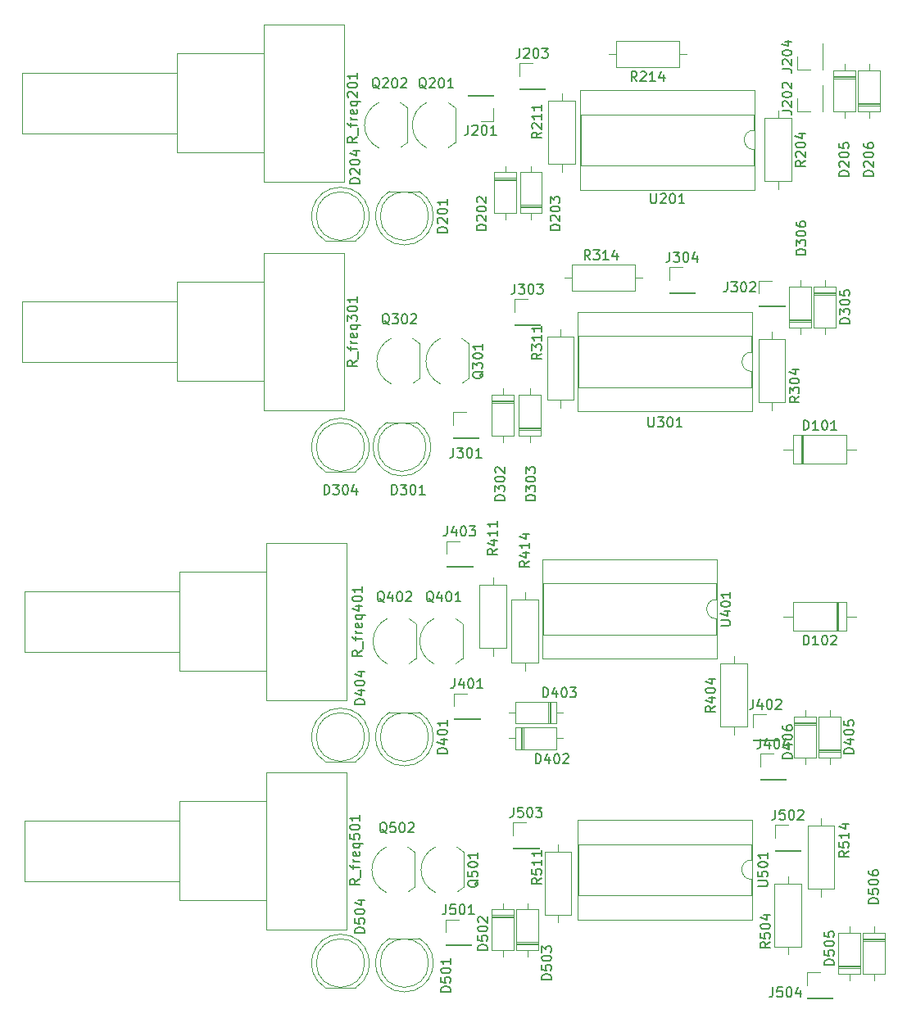
<source format=gbr>
%TF.GenerationSoftware,KiCad,Pcbnew,5.99.0+really5.1.10+dfsg1-1*%
%TF.CreationDate,2022-02-11T21:54:35+01:00*%
%TF.ProjectId,vierfach_LFO,76696572-6661-4636-985f-4c464f2e6b69,rev?*%
%TF.SameCoordinates,Original*%
%TF.FileFunction,Legend,Top*%
%TF.FilePolarity,Positive*%
%FSLAX46Y46*%
G04 Gerber Fmt 4.6, Leading zero omitted, Abs format (unit mm)*
G04 Created by KiCad (PCBNEW 5.99.0+really5.1.10+dfsg1-1) date 2022-02-11 21:54:35*
%MOMM*%
%LPD*%
G01*
G04 APERTURE LIST*
%ADD10C,0.120000*%
%ADD11C,0.150000*%
G04 APERTURE END LIST*
D10*
%TO.C,R_freq501*%
X30864000Y-127406000D02*
X30864000Y-121165000D01*
X46864000Y-127406000D02*
X46864000Y-121165000D01*
X46864000Y-121165000D02*
X30864000Y-121165000D01*
X46864000Y-127406000D02*
X30864000Y-127406000D01*
X46864000Y-129406000D02*
X46864000Y-119166000D01*
X55864000Y-129406000D02*
X55864000Y-119166000D01*
X55864000Y-119166000D02*
X46864000Y-119166000D01*
X55864000Y-129406000D02*
X46864000Y-129406000D01*
X55864000Y-132406000D02*
X55864000Y-116166000D01*
X64104000Y-132406000D02*
X64104000Y-116166000D01*
X64104000Y-116166000D02*
X55864000Y-116166000D01*
X64104000Y-132406000D02*
X55864000Y-132406000D01*
%TO.C,R_freq401*%
X30864000Y-103704000D02*
X30864000Y-97463000D01*
X46864000Y-103704000D02*
X46864000Y-97463000D01*
X46864000Y-97463000D02*
X30864000Y-97463000D01*
X46864000Y-103704000D02*
X30864000Y-103704000D01*
X46864000Y-105704000D02*
X46864000Y-95464000D01*
X55864000Y-105704000D02*
X55864000Y-95464000D01*
X55864000Y-95464000D02*
X46864000Y-95464000D01*
X55864000Y-105704000D02*
X46864000Y-105704000D01*
X55864000Y-108704000D02*
X55864000Y-92464000D01*
X64104000Y-108704000D02*
X64104000Y-92464000D01*
X64104000Y-92464000D02*
X55864000Y-92464000D01*
X64104000Y-108704000D02*
X55864000Y-108704000D01*
%TO.C,R_freq301*%
X30610000Y-73732000D02*
X30610000Y-67491000D01*
X46610000Y-73732000D02*
X46610000Y-67491000D01*
X46610000Y-67491000D02*
X30610000Y-67491000D01*
X46610000Y-73732000D02*
X30610000Y-73732000D01*
X46610000Y-75732000D02*
X46610000Y-65492000D01*
X55610000Y-75732000D02*
X55610000Y-65492000D01*
X55610000Y-65492000D02*
X46610000Y-65492000D01*
X55610000Y-75732000D02*
X46610000Y-75732000D01*
X55610000Y-78732000D02*
X55610000Y-62492000D01*
X63850000Y-78732000D02*
X63850000Y-62492000D01*
X63850000Y-62492000D02*
X55610000Y-62492000D01*
X63850000Y-78732000D02*
X55610000Y-78732000D01*
%TO.C,R_freq201*%
X30610000Y-50110000D02*
X30610000Y-43869000D01*
X46610000Y-50110000D02*
X46610000Y-43869000D01*
X46610000Y-43869000D02*
X30610000Y-43869000D01*
X46610000Y-50110000D02*
X30610000Y-50110000D01*
X46610000Y-52110000D02*
X46610000Y-41870000D01*
X55610000Y-52110000D02*
X55610000Y-41870000D01*
X55610000Y-41870000D02*
X46610000Y-41870000D01*
X55610000Y-52110000D02*
X46610000Y-52110000D01*
X55610000Y-55110000D02*
X55610000Y-38870000D01*
X63850000Y-55110000D02*
X63850000Y-38870000D01*
X63850000Y-38870000D02*
X55610000Y-38870000D01*
X63850000Y-55110000D02*
X55610000Y-55110000D01*
%TO.C,J504*%
X111700000Y-136846000D02*
X113030000Y-136846000D01*
X111700000Y-138176000D02*
X111700000Y-136846000D01*
X111700000Y-139446000D02*
X114360000Y-139446000D01*
X114360000Y-139446000D02*
X114360000Y-139506000D01*
X111700000Y-139446000D02*
X111700000Y-139506000D01*
X111700000Y-139506000D02*
X114360000Y-139506000D01*
%TO.C,J503*%
X81347000Y-121352000D02*
X82677000Y-121352000D01*
X81347000Y-122682000D02*
X81347000Y-121352000D01*
X81347000Y-123952000D02*
X84007000Y-123952000D01*
X84007000Y-123952000D02*
X84007000Y-124012000D01*
X81347000Y-123952000D02*
X81347000Y-124012000D01*
X81347000Y-124012000D02*
X84007000Y-124012000D01*
%TO.C,J502*%
X108398000Y-121606000D02*
X109728000Y-121606000D01*
X108398000Y-122936000D02*
X108398000Y-121606000D01*
X108398000Y-124206000D02*
X111058000Y-124206000D01*
X111058000Y-124206000D02*
X111058000Y-124266000D01*
X108398000Y-124206000D02*
X108398000Y-124266000D01*
X108398000Y-124266000D02*
X111058000Y-124266000D01*
%TO.C,J404*%
X106874000Y-114240000D02*
X108204000Y-114240000D01*
X106874000Y-115570000D02*
X106874000Y-114240000D01*
X106874000Y-116840000D02*
X109534000Y-116840000D01*
X109534000Y-116840000D02*
X109534000Y-116900000D01*
X106874000Y-116840000D02*
X106874000Y-116900000D01*
X106874000Y-116900000D02*
X109534000Y-116900000D01*
%TO.C,J403*%
X74489000Y-92269000D02*
X75819000Y-92269000D01*
X74489000Y-93599000D02*
X74489000Y-92269000D01*
X74489000Y-94869000D02*
X77149000Y-94869000D01*
X77149000Y-94869000D02*
X77149000Y-94929000D01*
X74489000Y-94869000D02*
X74489000Y-94929000D01*
X74489000Y-94929000D02*
X77149000Y-94929000D01*
%TO.C,J402*%
X106112000Y-110176000D02*
X107442000Y-110176000D01*
X106112000Y-111506000D02*
X106112000Y-110176000D01*
X106112000Y-112776000D02*
X108772000Y-112776000D01*
X108772000Y-112776000D02*
X108772000Y-112836000D01*
X106112000Y-112776000D02*
X106112000Y-112836000D01*
X106112000Y-112836000D02*
X108772000Y-112836000D01*
%TO.C,J304*%
X97476000Y-63948000D02*
X98806000Y-63948000D01*
X97476000Y-65278000D02*
X97476000Y-63948000D01*
X97476000Y-66548000D02*
X100136000Y-66548000D01*
X100136000Y-66548000D02*
X100136000Y-66608000D01*
X97476000Y-66548000D02*
X97476000Y-66608000D01*
X97476000Y-66608000D02*
X100136000Y-66608000D01*
%TO.C,J303*%
X81474000Y-67250000D02*
X82804000Y-67250000D01*
X81474000Y-68580000D02*
X81474000Y-67250000D01*
X81474000Y-69850000D02*
X84134000Y-69850000D01*
X84134000Y-69850000D02*
X84134000Y-69910000D01*
X81474000Y-69850000D02*
X81474000Y-69910000D01*
X81474000Y-69910000D02*
X84134000Y-69910000D01*
%TO.C,J302*%
X106747000Y-65345000D02*
X108077000Y-65345000D01*
X106747000Y-66675000D02*
X106747000Y-65345000D01*
X106747000Y-67945000D02*
X109407000Y-67945000D01*
X109407000Y-67945000D02*
X109407000Y-68005000D01*
X106747000Y-67945000D02*
X106747000Y-68005000D01*
X106747000Y-68005000D02*
X109407000Y-68005000D01*
%TO.C,J204*%
X110684000Y-43494000D02*
X110684000Y-42164000D01*
X112014000Y-43494000D02*
X110684000Y-43494000D01*
X113284000Y-43494000D02*
X113284000Y-40834000D01*
X113284000Y-40834000D02*
X113344000Y-40834000D01*
X113284000Y-43494000D02*
X113344000Y-43494000D01*
X113344000Y-43494000D02*
X113344000Y-40834000D01*
%TO.C,J203*%
X81982000Y-42866000D02*
X83312000Y-42866000D01*
X81982000Y-44196000D02*
X81982000Y-42866000D01*
X81982000Y-45466000D02*
X84642000Y-45466000D01*
X84642000Y-45466000D02*
X84642000Y-45526000D01*
X81982000Y-45466000D02*
X81982000Y-45526000D01*
X81982000Y-45526000D02*
X84642000Y-45526000D01*
%TO.C,J202*%
X110684000Y-47812000D02*
X110684000Y-46482000D01*
X112014000Y-47812000D02*
X110684000Y-47812000D01*
X113284000Y-47812000D02*
X113284000Y-45152000D01*
X113284000Y-45152000D02*
X113344000Y-45152000D01*
X113284000Y-47812000D02*
X113344000Y-47812000D01*
X113344000Y-47812000D02*
X113344000Y-45152000D01*
%TO.C,D101*%
X110310000Y-81334000D02*
X110310000Y-84274000D01*
X110310000Y-84274000D02*
X115750000Y-84274000D01*
X115750000Y-84274000D02*
X115750000Y-81334000D01*
X115750000Y-81334000D02*
X110310000Y-81334000D01*
X109290000Y-82804000D02*
X110310000Y-82804000D01*
X116770000Y-82804000D02*
X115750000Y-82804000D01*
X111210000Y-81334000D02*
X111210000Y-84274000D01*
X111330000Y-81334000D02*
X111330000Y-84274000D01*
X111090000Y-81334000D02*
X111090000Y-84274000D01*
%TO.C,D102*%
X114970000Y-101546000D02*
X114970000Y-98606000D01*
X114730000Y-101546000D02*
X114730000Y-98606000D01*
X114850000Y-101546000D02*
X114850000Y-98606000D01*
X109290000Y-100076000D02*
X110310000Y-100076000D01*
X116770000Y-100076000D02*
X115750000Y-100076000D01*
X110310000Y-101546000D02*
X115750000Y-101546000D01*
X110310000Y-98606000D02*
X110310000Y-101546000D01*
X115750000Y-98606000D02*
X110310000Y-98606000D01*
X115750000Y-101546000D02*
X115750000Y-98606000D01*
%TO.C,D201*%
X71649000Y-56114000D02*
X68559000Y-56114000D01*
X72604000Y-58674000D02*
G75*
G03*
X72604000Y-58674000I-2500000J0D01*
G01*
X70103538Y-61664000D02*
G75*
G03*
X71648830Y-56114000I462J2990000D01*
G01*
X70104462Y-61664000D02*
G75*
G02*
X68559170Y-56114000I-462J2990000D01*
G01*
%TO.C,D202*%
X81638000Y-54741000D02*
X79398000Y-54741000D01*
X81638000Y-54981000D02*
X79398000Y-54981000D01*
X81638000Y-54861000D02*
X79398000Y-54861000D01*
X80518000Y-59031000D02*
X80518000Y-58381000D01*
X80518000Y-53491000D02*
X80518000Y-54141000D01*
X81638000Y-58381000D02*
X81638000Y-54141000D01*
X79398000Y-58381000D02*
X81638000Y-58381000D01*
X79398000Y-54141000D02*
X79398000Y-58381000D01*
X81638000Y-54141000D02*
X79398000Y-54141000D01*
%TO.C,D203*%
X82065000Y-58381000D02*
X84305000Y-58381000D01*
X84305000Y-58381000D02*
X84305000Y-54141000D01*
X84305000Y-54141000D02*
X82065000Y-54141000D01*
X82065000Y-54141000D02*
X82065000Y-58381000D01*
X83185000Y-59031000D02*
X83185000Y-58381000D01*
X83185000Y-53491000D02*
X83185000Y-54141000D01*
X82065000Y-57661000D02*
X84305000Y-57661000D01*
X82065000Y-57541000D02*
X84305000Y-57541000D01*
X82065000Y-57781000D02*
X84305000Y-57781000D01*
%TO.C,D204*%
X66000000Y-58674000D02*
G75*
G03*
X66000000Y-58674000I-2500000J0D01*
G01*
X61955000Y-61234000D02*
X65045000Y-61234000D01*
X63499538Y-55684000D02*
G75*
G02*
X65044830Y-61234000I462J-2990000D01*
G01*
X63500462Y-55684000D02*
G75*
G03*
X61955170Y-61234000I-462J-2990000D01*
G01*
%TO.C,D205*%
X116690000Y-43600000D02*
X114450000Y-43600000D01*
X114450000Y-43600000D02*
X114450000Y-47840000D01*
X114450000Y-47840000D02*
X116690000Y-47840000D01*
X116690000Y-47840000D02*
X116690000Y-43600000D01*
X115570000Y-42950000D02*
X115570000Y-43600000D01*
X115570000Y-48490000D02*
X115570000Y-47840000D01*
X116690000Y-44320000D02*
X114450000Y-44320000D01*
X116690000Y-44440000D02*
X114450000Y-44440000D01*
X116690000Y-44200000D02*
X114450000Y-44200000D01*
%TO.C,D206*%
X116990000Y-47240000D02*
X119230000Y-47240000D01*
X116990000Y-47000000D02*
X119230000Y-47000000D01*
X116990000Y-47120000D02*
X119230000Y-47120000D01*
X118110000Y-42950000D02*
X118110000Y-43600000D01*
X118110000Y-48490000D02*
X118110000Y-47840000D01*
X116990000Y-43600000D02*
X116990000Y-47840000D01*
X119230000Y-43600000D02*
X116990000Y-43600000D01*
X119230000Y-47840000D02*
X119230000Y-43600000D01*
X116990000Y-47840000D02*
X119230000Y-47840000D01*
%TO.C,D301*%
X72350000Y-82550000D02*
G75*
G03*
X72350000Y-82550000I-2500000J0D01*
G01*
X71395000Y-79990000D02*
X68305000Y-79990000D01*
X69850462Y-85540000D02*
G75*
G02*
X68305170Y-79990000I-462J2990000D01*
G01*
X69849538Y-85540000D02*
G75*
G03*
X71394830Y-79990000I462J2990000D01*
G01*
%TO.C,D302*%
X81384000Y-77728000D02*
X79144000Y-77728000D01*
X81384000Y-77968000D02*
X79144000Y-77968000D01*
X81384000Y-77848000D02*
X79144000Y-77848000D01*
X80264000Y-82018000D02*
X80264000Y-81368000D01*
X80264000Y-76478000D02*
X80264000Y-77128000D01*
X81384000Y-81368000D02*
X81384000Y-77128000D01*
X79144000Y-81368000D02*
X81384000Y-81368000D01*
X79144000Y-77128000D02*
X79144000Y-81368000D01*
X81384000Y-77128000D02*
X79144000Y-77128000D01*
%TO.C,D303*%
X81938000Y-81368000D02*
X84178000Y-81368000D01*
X84178000Y-81368000D02*
X84178000Y-77128000D01*
X84178000Y-77128000D02*
X81938000Y-77128000D01*
X81938000Y-77128000D02*
X81938000Y-81368000D01*
X83058000Y-82018000D02*
X83058000Y-81368000D01*
X83058000Y-76478000D02*
X83058000Y-77128000D01*
X81938000Y-80648000D02*
X84178000Y-80648000D01*
X81938000Y-80528000D02*
X84178000Y-80528000D01*
X81938000Y-80768000D02*
X84178000Y-80768000D01*
%TO.C,D304*%
X66000000Y-82550000D02*
G75*
G03*
X66000000Y-82550000I-2500000J0D01*
G01*
X61955000Y-85110000D02*
X65045000Y-85110000D01*
X63499538Y-79560000D02*
G75*
G02*
X65044830Y-85110000I462J-2990000D01*
G01*
X63500462Y-79560000D02*
G75*
G03*
X61955170Y-85110000I-462J-2990000D01*
G01*
%TO.C,D305*%
X114658000Y-66552000D02*
X112418000Y-66552000D01*
X114658000Y-66792000D02*
X112418000Y-66792000D01*
X114658000Y-66672000D02*
X112418000Y-66672000D01*
X113538000Y-70842000D02*
X113538000Y-70192000D01*
X113538000Y-65302000D02*
X113538000Y-65952000D01*
X114658000Y-70192000D02*
X114658000Y-65952000D01*
X112418000Y-70192000D02*
X114658000Y-70192000D01*
X112418000Y-65952000D02*
X112418000Y-70192000D01*
X114658000Y-65952000D02*
X112418000Y-65952000D01*
%TO.C,D306*%
X109878000Y-70192000D02*
X112118000Y-70192000D01*
X112118000Y-70192000D02*
X112118000Y-65952000D01*
X112118000Y-65952000D02*
X109878000Y-65952000D01*
X109878000Y-65952000D02*
X109878000Y-70192000D01*
X110998000Y-70842000D02*
X110998000Y-70192000D01*
X110998000Y-65302000D02*
X110998000Y-65952000D01*
X109878000Y-69472000D02*
X112118000Y-69472000D01*
X109878000Y-69352000D02*
X112118000Y-69352000D01*
X109878000Y-69592000D02*
X112118000Y-69592000D01*
%TO.C,D401*%
X71649000Y-109962000D02*
X68559000Y-109962000D01*
X72604000Y-112522000D02*
G75*
G03*
X72604000Y-112522000I-2500000J0D01*
G01*
X70103538Y-115512000D02*
G75*
G03*
X71648830Y-109962000I462J2990000D01*
G01*
X70104462Y-115512000D02*
G75*
G02*
X68559170Y-109962000I-462J2990000D01*
G01*
%TO.C,D402*%
X82173000Y-111529000D02*
X82173000Y-113769000D01*
X82413000Y-111529000D02*
X82413000Y-113769000D01*
X82293000Y-111529000D02*
X82293000Y-113769000D01*
X86463000Y-112649000D02*
X85813000Y-112649000D01*
X80923000Y-112649000D02*
X81573000Y-112649000D01*
X85813000Y-111529000D02*
X81573000Y-111529000D01*
X85813000Y-113769000D02*
X85813000Y-111529000D01*
X81573000Y-113769000D02*
X85813000Y-113769000D01*
X81573000Y-111529000D02*
X81573000Y-113769000D01*
%TO.C,D403*%
X85813000Y-111102000D02*
X85813000Y-108862000D01*
X85813000Y-108862000D02*
X81573000Y-108862000D01*
X81573000Y-108862000D02*
X81573000Y-111102000D01*
X81573000Y-111102000D02*
X85813000Y-111102000D01*
X86463000Y-109982000D02*
X85813000Y-109982000D01*
X80923000Y-109982000D02*
X81573000Y-109982000D01*
X85093000Y-111102000D02*
X85093000Y-108862000D01*
X84973000Y-111102000D02*
X84973000Y-108862000D01*
X85213000Y-111102000D02*
X85213000Y-108862000D01*
%TO.C,D404*%
X61955000Y-115082000D02*
X65045000Y-115082000D01*
X66000000Y-112522000D02*
G75*
G03*
X66000000Y-112522000I-2500000J0D01*
G01*
X63500462Y-109532000D02*
G75*
G03*
X61955170Y-115082000I-462J-2990000D01*
G01*
X63499538Y-109532000D02*
G75*
G02*
X65044830Y-115082000I462J-2990000D01*
G01*
%TO.C,D405*%
X112926000Y-114642000D02*
X115166000Y-114642000D01*
X115166000Y-114642000D02*
X115166000Y-110402000D01*
X115166000Y-110402000D02*
X112926000Y-110402000D01*
X112926000Y-110402000D02*
X112926000Y-114642000D01*
X114046000Y-115292000D02*
X114046000Y-114642000D01*
X114046000Y-109752000D02*
X114046000Y-110402000D01*
X112926000Y-113922000D02*
X115166000Y-113922000D01*
X112926000Y-113802000D02*
X115166000Y-113802000D01*
X112926000Y-114042000D02*
X115166000Y-114042000D01*
%TO.C,D406*%
X112626000Y-111002000D02*
X110386000Y-111002000D01*
X112626000Y-111242000D02*
X110386000Y-111242000D01*
X112626000Y-111122000D02*
X110386000Y-111122000D01*
X111506000Y-115292000D02*
X111506000Y-114642000D01*
X111506000Y-109752000D02*
X111506000Y-110402000D01*
X112626000Y-114642000D02*
X112626000Y-110402000D01*
X110386000Y-114642000D02*
X112626000Y-114642000D01*
X110386000Y-110402000D02*
X110386000Y-114642000D01*
X112626000Y-110402000D02*
X110386000Y-110402000D01*
%TO.C,D501*%
X71649000Y-133330000D02*
X68559000Y-133330000D01*
X72604000Y-135890000D02*
G75*
G03*
X72604000Y-135890000I-2500000J0D01*
G01*
X70103538Y-138880000D02*
G75*
G03*
X71648830Y-133330000I462J2990000D01*
G01*
X70104462Y-138880000D02*
G75*
G02*
X68559170Y-133330000I-462J2990000D01*
G01*
%TO.C,D502*%
X81384000Y-130341000D02*
X79144000Y-130341000D01*
X79144000Y-130341000D02*
X79144000Y-134581000D01*
X79144000Y-134581000D02*
X81384000Y-134581000D01*
X81384000Y-134581000D02*
X81384000Y-130341000D01*
X80264000Y-129691000D02*
X80264000Y-130341000D01*
X80264000Y-135231000D02*
X80264000Y-134581000D01*
X81384000Y-131061000D02*
X79144000Y-131061000D01*
X81384000Y-131181000D02*
X79144000Y-131181000D01*
X81384000Y-130941000D02*
X79144000Y-130941000D01*
%TO.C,D503*%
X81684000Y-133981000D02*
X83924000Y-133981000D01*
X81684000Y-133741000D02*
X83924000Y-133741000D01*
X81684000Y-133861000D02*
X83924000Y-133861000D01*
X82804000Y-129691000D02*
X82804000Y-130341000D01*
X82804000Y-135231000D02*
X82804000Y-134581000D01*
X81684000Y-130341000D02*
X81684000Y-134581000D01*
X83924000Y-130341000D02*
X81684000Y-130341000D01*
X83924000Y-134581000D02*
X83924000Y-130341000D01*
X81684000Y-134581000D02*
X83924000Y-134581000D01*
%TO.C,D504*%
X66000000Y-135890000D02*
G75*
G03*
X66000000Y-135890000I-2500000J0D01*
G01*
X61955000Y-138450000D02*
X65045000Y-138450000D01*
X63499538Y-132900000D02*
G75*
G02*
X65044830Y-138450000I462J-2990000D01*
G01*
X63500462Y-132900000D02*
G75*
G03*
X61955170Y-138450000I-462J-2990000D01*
G01*
%TO.C,D505*%
X114958000Y-136994000D02*
X117198000Y-136994000D01*
X117198000Y-136994000D02*
X117198000Y-132754000D01*
X117198000Y-132754000D02*
X114958000Y-132754000D01*
X114958000Y-132754000D02*
X114958000Y-136994000D01*
X116078000Y-137644000D02*
X116078000Y-136994000D01*
X116078000Y-132104000D02*
X116078000Y-132754000D01*
X114958000Y-136274000D02*
X117198000Y-136274000D01*
X114958000Y-136154000D02*
X117198000Y-136154000D01*
X114958000Y-136394000D02*
X117198000Y-136394000D01*
%TO.C,D506*%
X119738000Y-133354000D02*
X117498000Y-133354000D01*
X119738000Y-133594000D02*
X117498000Y-133594000D01*
X119738000Y-133474000D02*
X117498000Y-133474000D01*
X118618000Y-137644000D02*
X118618000Y-136994000D01*
X118618000Y-132104000D02*
X118618000Y-132754000D01*
X119738000Y-136994000D02*
X119738000Y-132754000D01*
X117498000Y-136994000D02*
X119738000Y-136994000D01*
X117498000Y-132754000D02*
X117498000Y-136994000D01*
X119738000Y-132754000D02*
X117498000Y-132754000D01*
%TO.C,J201*%
X79308000Y-48828000D02*
X77978000Y-48828000D01*
X79308000Y-47498000D02*
X79308000Y-48828000D01*
X79308000Y-46228000D02*
X76648000Y-46228000D01*
X76648000Y-46228000D02*
X76648000Y-46168000D01*
X79308000Y-46228000D02*
X79308000Y-46168000D01*
X79308000Y-46168000D02*
X76648000Y-46168000D01*
%TO.C,J301*%
X75124000Y-81594000D02*
X77784000Y-81594000D01*
X75124000Y-81534000D02*
X75124000Y-81594000D01*
X77784000Y-81534000D02*
X77784000Y-81594000D01*
X75124000Y-81534000D02*
X77784000Y-81534000D01*
X75124000Y-80264000D02*
X75124000Y-78934000D01*
X75124000Y-78934000D02*
X76454000Y-78934000D01*
%TO.C,J401*%
X75251000Y-108017000D02*
X76581000Y-108017000D01*
X75251000Y-109347000D02*
X75251000Y-108017000D01*
X75251000Y-110617000D02*
X77911000Y-110617000D01*
X77911000Y-110617000D02*
X77911000Y-110677000D01*
X75251000Y-110617000D02*
X75251000Y-110677000D01*
X75251000Y-110677000D02*
X77911000Y-110677000D01*
%TO.C,J501*%
X74362000Y-134045000D02*
X77022000Y-134045000D01*
X74362000Y-133985000D02*
X74362000Y-134045000D01*
X77022000Y-133985000D02*
X77022000Y-134045000D01*
X74362000Y-133985000D02*
X77022000Y-133985000D01*
X74362000Y-132715000D02*
X74362000Y-131385000D01*
X74362000Y-131385000D02*
X75692000Y-131385000D01*
%TO.C,Q201*%
X75375001Y-51076000D02*
X75375001Y-47476000D01*
X74647796Y-46951816D02*
G75*
G02*
X75375001Y-47476000I-1122795J-2324184D01*
G01*
X72426194Y-46919600D02*
G75*
G03*
X70925001Y-49276000I1098807J-2356400D01*
G01*
X72426194Y-51632400D02*
G75*
G02*
X70925001Y-49276000I1098807J2356400D01*
G01*
X74647796Y-51600184D02*
G75*
G03*
X75375001Y-51076000I-1122795J2324184D01*
G01*
%TO.C,Q202*%
X70430000Y-51076000D02*
X70430000Y-47476000D01*
X69702795Y-46951816D02*
G75*
G02*
X70430000Y-47476000I-1122795J-2324184D01*
G01*
X67481193Y-46919600D02*
G75*
G03*
X65980000Y-49276000I1098807J-2356400D01*
G01*
X67481193Y-51632400D02*
G75*
G02*
X65980000Y-49276000I1098807J2356400D01*
G01*
X69702795Y-51600184D02*
G75*
G03*
X70430000Y-51076000I-1122795J2324184D01*
G01*
%TO.C,Q301*%
X76780000Y-75460000D02*
X76780000Y-71860000D01*
X76052795Y-71335816D02*
G75*
G02*
X76780000Y-71860000I-1122795J-2324184D01*
G01*
X73831193Y-71303600D02*
G75*
G03*
X72330000Y-73660000I1098807J-2356400D01*
G01*
X73831193Y-76016400D02*
G75*
G02*
X72330000Y-73660000I1098807J2356400D01*
G01*
X76052795Y-75984184D02*
G75*
G03*
X76780000Y-75460000I-1122795J2324184D01*
G01*
%TO.C,Q302*%
X71700000Y-75460000D02*
X71700000Y-71860000D01*
X70972795Y-75984184D02*
G75*
G03*
X71700000Y-75460000I-1122795J2324184D01*
G01*
X68751193Y-76016400D02*
G75*
G02*
X67250000Y-73660000I1098807J2356400D01*
G01*
X68751193Y-71303600D02*
G75*
G03*
X67250000Y-73660000I1098807J-2356400D01*
G01*
X70972795Y-71335816D02*
G75*
G02*
X71700000Y-71860000I-1122795J-2324184D01*
G01*
%TO.C,Q401*%
X76145000Y-104416000D02*
X76145000Y-100816000D01*
X75417795Y-100291816D02*
G75*
G02*
X76145000Y-100816000I-1122795J-2324184D01*
G01*
X73196193Y-100259600D02*
G75*
G03*
X71695000Y-102616000I1098807J-2356400D01*
G01*
X73196193Y-104972400D02*
G75*
G02*
X71695000Y-102616000I1098807J2356400D01*
G01*
X75417795Y-104940184D02*
G75*
G03*
X76145000Y-104416000I-1122795J2324184D01*
G01*
%TO.C,Q402*%
X71319000Y-104416000D02*
X71319000Y-100816000D01*
X70591795Y-104940184D02*
G75*
G03*
X71319000Y-104416000I-1122795J2324184D01*
G01*
X68370193Y-104972400D02*
G75*
G02*
X66869000Y-102616000I1098807J2356400D01*
G01*
X68370193Y-100259600D02*
G75*
G03*
X66869000Y-102616000I1098807J-2356400D01*
G01*
X70591795Y-100291816D02*
G75*
G02*
X71319000Y-100816000I-1122795J-2324184D01*
G01*
%TO.C,Q501*%
X76272000Y-128038000D02*
X76272000Y-124438000D01*
X75544795Y-128562184D02*
G75*
G03*
X76272000Y-128038000I-1122795J2324184D01*
G01*
X73323193Y-128594400D02*
G75*
G02*
X71822000Y-126238000I1098807J2356400D01*
G01*
X73323193Y-123881600D02*
G75*
G03*
X71822000Y-126238000I1098807J-2356400D01*
G01*
X75544795Y-123913816D02*
G75*
G02*
X76272000Y-124438000I-1122795J-2324184D01*
G01*
%TO.C,Q502*%
X71192000Y-128038000D02*
X71192000Y-124438000D01*
X70464795Y-128562184D02*
G75*
G03*
X71192000Y-128038000I-1122795J2324184D01*
G01*
X68243193Y-128594400D02*
G75*
G02*
X66742000Y-126238000I1098807J2356400D01*
G01*
X68243193Y-123881600D02*
G75*
G03*
X66742000Y-126238000I1098807J-2356400D01*
G01*
X70464795Y-123913816D02*
G75*
G02*
X71192000Y-124438000I-1122795J-2324184D01*
G01*
%TO.C,R204*%
X110082000Y-48546000D02*
X107342000Y-48546000D01*
X107342000Y-48546000D02*
X107342000Y-55086000D01*
X107342000Y-55086000D02*
X110082000Y-55086000D01*
X110082000Y-55086000D02*
X110082000Y-48546000D01*
X108712000Y-47776000D02*
X108712000Y-48546000D01*
X108712000Y-55856000D02*
X108712000Y-55086000D01*
%TO.C,R211*%
X86360000Y-54078000D02*
X86360000Y-53308000D01*
X86360000Y-45998000D02*
X86360000Y-46768000D01*
X87730000Y-53308000D02*
X87730000Y-46768000D01*
X84990000Y-53308000D02*
X87730000Y-53308000D01*
X84990000Y-46768000D02*
X84990000Y-53308000D01*
X87730000Y-46768000D02*
X84990000Y-46768000D01*
%TO.C,R214*%
X91210000Y-41910000D02*
X91980000Y-41910000D01*
X99290000Y-41910000D02*
X98520000Y-41910000D01*
X91980000Y-43280000D02*
X98520000Y-43280000D01*
X91980000Y-40540000D02*
X91980000Y-43280000D01*
X98520000Y-40540000D02*
X91980000Y-40540000D01*
X98520000Y-43280000D02*
X98520000Y-40540000D01*
%TO.C,R304*%
X109447000Y-71406000D02*
X106707000Y-71406000D01*
X106707000Y-71406000D02*
X106707000Y-77946000D01*
X106707000Y-77946000D02*
X109447000Y-77946000D01*
X109447000Y-77946000D02*
X109447000Y-71406000D01*
X108077000Y-70636000D02*
X108077000Y-71406000D01*
X108077000Y-78716000D02*
X108077000Y-77946000D01*
%TO.C,R311*%
X86233000Y-78462000D02*
X86233000Y-77692000D01*
X86233000Y-70382000D02*
X86233000Y-71152000D01*
X87603000Y-77692000D02*
X87603000Y-71152000D01*
X84863000Y-77692000D02*
X87603000Y-77692000D01*
X84863000Y-71152000D02*
X84863000Y-77692000D01*
X87603000Y-71152000D02*
X84863000Y-71152000D01*
%TO.C,R314*%
X93948000Y-66394000D02*
X93948000Y-63654000D01*
X93948000Y-63654000D02*
X87408000Y-63654000D01*
X87408000Y-63654000D02*
X87408000Y-66394000D01*
X87408000Y-66394000D02*
X93948000Y-66394000D01*
X94718000Y-65024000D02*
X93948000Y-65024000D01*
X86638000Y-65024000D02*
X87408000Y-65024000D01*
%TO.C,R404*%
X104140000Y-104164000D02*
X104140000Y-104934000D01*
X104140000Y-112244000D02*
X104140000Y-111474000D01*
X102770000Y-104934000D02*
X102770000Y-111474000D01*
X105510000Y-104934000D02*
X102770000Y-104934000D01*
X105510000Y-111474000D02*
X105510000Y-104934000D01*
X102770000Y-111474000D02*
X105510000Y-111474000D01*
%TO.C,R411*%
X80618000Y-96806000D02*
X77878000Y-96806000D01*
X77878000Y-96806000D02*
X77878000Y-103346000D01*
X77878000Y-103346000D02*
X80618000Y-103346000D01*
X80618000Y-103346000D02*
X80618000Y-96806000D01*
X79248000Y-96036000D02*
X79248000Y-96806000D01*
X79248000Y-104116000D02*
X79248000Y-103346000D01*
%TO.C,R414*%
X82550000Y-97560000D02*
X82550000Y-98330000D01*
X82550000Y-105640000D02*
X82550000Y-104870000D01*
X81180000Y-98330000D02*
X81180000Y-104870000D01*
X83920000Y-98330000D02*
X81180000Y-98330000D01*
X83920000Y-104870000D02*
X83920000Y-98330000D01*
X81180000Y-104870000D02*
X83920000Y-104870000D01*
%TO.C,R504*%
X111098000Y-127667000D02*
X108358000Y-127667000D01*
X108358000Y-127667000D02*
X108358000Y-134207000D01*
X108358000Y-134207000D02*
X111098000Y-134207000D01*
X111098000Y-134207000D02*
X111098000Y-127667000D01*
X109728000Y-126897000D02*
X109728000Y-127667000D01*
X109728000Y-134977000D02*
X109728000Y-134207000D01*
%TO.C,R511*%
X85979000Y-131675000D02*
X85979000Y-130905000D01*
X85979000Y-123595000D02*
X85979000Y-124365000D01*
X87349000Y-130905000D02*
X87349000Y-124365000D01*
X84609000Y-130905000D02*
X87349000Y-130905000D01*
X84609000Y-124365000D02*
X84609000Y-130905000D01*
X87349000Y-124365000D02*
X84609000Y-124365000D01*
%TO.C,R514*%
X111787000Y-128238000D02*
X114527000Y-128238000D01*
X114527000Y-128238000D02*
X114527000Y-121698000D01*
X114527000Y-121698000D02*
X111787000Y-121698000D01*
X111787000Y-121698000D02*
X111787000Y-128238000D01*
X113157000Y-129008000D02*
X113157000Y-128238000D01*
X113157000Y-120928000D02*
X113157000Y-121698000D01*
%TO.C,U201*%
X106292000Y-55940000D02*
X106292000Y-45660000D01*
X88272000Y-55940000D02*
X106292000Y-55940000D01*
X88272000Y-45660000D02*
X88272000Y-55940000D01*
X106292000Y-45660000D02*
X88272000Y-45660000D01*
X106232000Y-53450000D02*
X106232000Y-51800000D01*
X88332000Y-53450000D02*
X106232000Y-53450000D01*
X88332000Y-48150000D02*
X88332000Y-53450000D01*
X106232000Y-48150000D02*
X88332000Y-48150000D01*
X106232000Y-49800000D02*
X106232000Y-48150000D01*
X106232000Y-51800000D02*
G75*
G02*
X106232000Y-49800000I0J1000000D01*
G01*
%TO.C,U301*%
X105998000Y-72730000D02*
X105998000Y-71080000D01*
X105998000Y-71080000D02*
X88098000Y-71080000D01*
X88098000Y-71080000D02*
X88098000Y-76380000D01*
X88098000Y-76380000D02*
X105998000Y-76380000D01*
X105998000Y-76380000D02*
X105998000Y-74730000D01*
X106058000Y-68590000D02*
X88038000Y-68590000D01*
X88038000Y-68590000D02*
X88038000Y-78870000D01*
X88038000Y-78870000D02*
X106058000Y-78870000D01*
X106058000Y-78870000D02*
X106058000Y-68590000D01*
X105998000Y-74730000D02*
G75*
G02*
X105998000Y-72730000I0J1000000D01*
G01*
%TO.C,U401*%
X102346000Y-98302000D02*
X102346000Y-96652000D01*
X102346000Y-96652000D02*
X84446000Y-96652000D01*
X84446000Y-96652000D02*
X84446000Y-101952000D01*
X84446000Y-101952000D02*
X102346000Y-101952000D01*
X102346000Y-101952000D02*
X102346000Y-100302000D01*
X102406000Y-94162000D02*
X84386000Y-94162000D01*
X84386000Y-94162000D02*
X84386000Y-104442000D01*
X84386000Y-104442000D02*
X102406000Y-104442000D01*
X102406000Y-104442000D02*
X102406000Y-94162000D01*
X102346000Y-100302000D02*
G75*
G02*
X102346000Y-98302000I0J1000000D01*
G01*
%TO.C,U501*%
X106038000Y-131378000D02*
X106038000Y-121098000D01*
X88018000Y-131378000D02*
X106038000Y-131378000D01*
X88018000Y-121098000D02*
X88018000Y-131378000D01*
X106038000Y-121098000D02*
X88018000Y-121098000D01*
X105978000Y-128888000D02*
X105978000Y-127238000D01*
X88078000Y-128888000D02*
X105978000Y-128888000D01*
X88078000Y-123588000D02*
X88078000Y-128888000D01*
X105978000Y-123588000D02*
X88078000Y-123588000D01*
X105978000Y-125238000D02*
X105978000Y-123588000D01*
X105978000Y-127238000D02*
G75*
G02*
X105978000Y-125238000I0J1000000D01*
G01*
%TO.C,R_freq501*%
D11*
X65476380Y-127182190D02*
X65000190Y-127515523D01*
X65476380Y-127753619D02*
X64476380Y-127753619D01*
X64476380Y-127372666D01*
X64524000Y-127277428D01*
X64571619Y-127229809D01*
X64666857Y-127182190D01*
X64809714Y-127182190D01*
X64904952Y-127229809D01*
X64952571Y-127277428D01*
X65000190Y-127372666D01*
X65000190Y-127753619D01*
X65571619Y-126991714D02*
X65571619Y-126229809D01*
X64809714Y-126134571D02*
X64809714Y-125753619D01*
X65476380Y-125991714D02*
X64619238Y-125991714D01*
X64524000Y-125944095D01*
X64476380Y-125848857D01*
X64476380Y-125753619D01*
X65476380Y-125420285D02*
X64809714Y-125420285D01*
X65000190Y-125420285D02*
X64904952Y-125372666D01*
X64857333Y-125325047D01*
X64809714Y-125229809D01*
X64809714Y-125134571D01*
X65428761Y-124420285D02*
X65476380Y-124515523D01*
X65476380Y-124706000D01*
X65428761Y-124801238D01*
X65333523Y-124848857D01*
X64952571Y-124848857D01*
X64857333Y-124801238D01*
X64809714Y-124706000D01*
X64809714Y-124515523D01*
X64857333Y-124420285D01*
X64952571Y-124372666D01*
X65047809Y-124372666D01*
X65143047Y-124848857D01*
X64809714Y-123515523D02*
X65809714Y-123515523D01*
X65428761Y-123515523D02*
X65476380Y-123610761D01*
X65476380Y-123801238D01*
X65428761Y-123896476D01*
X65381142Y-123944095D01*
X65285904Y-123991714D01*
X65000190Y-123991714D01*
X64904952Y-123944095D01*
X64857333Y-123896476D01*
X64809714Y-123801238D01*
X64809714Y-123610761D01*
X64857333Y-123515523D01*
X64476380Y-122563142D02*
X64476380Y-123039333D01*
X64952571Y-123086952D01*
X64904952Y-123039333D01*
X64857333Y-122944095D01*
X64857333Y-122706000D01*
X64904952Y-122610761D01*
X64952571Y-122563142D01*
X65047809Y-122515523D01*
X65285904Y-122515523D01*
X65381142Y-122563142D01*
X65428761Y-122610761D01*
X65476380Y-122706000D01*
X65476380Y-122944095D01*
X65428761Y-123039333D01*
X65381142Y-123086952D01*
X64476380Y-121896476D02*
X64476380Y-121801238D01*
X64524000Y-121706000D01*
X64571619Y-121658380D01*
X64666857Y-121610761D01*
X64857333Y-121563142D01*
X65095428Y-121563142D01*
X65285904Y-121610761D01*
X65381142Y-121658380D01*
X65428761Y-121706000D01*
X65476380Y-121801238D01*
X65476380Y-121896476D01*
X65428761Y-121991714D01*
X65381142Y-122039333D01*
X65285904Y-122086952D01*
X65095428Y-122134571D01*
X64857333Y-122134571D01*
X64666857Y-122086952D01*
X64571619Y-122039333D01*
X64524000Y-121991714D01*
X64476380Y-121896476D01*
X65476380Y-120610761D02*
X65476380Y-121182190D01*
X65476380Y-120896476D02*
X64476380Y-120896476D01*
X64619238Y-120991714D01*
X64714476Y-121086952D01*
X64762095Y-121182190D01*
%TO.C,R_freq401*%
X65730380Y-103560190D02*
X65254190Y-103893523D01*
X65730380Y-104131619D02*
X64730380Y-104131619D01*
X64730380Y-103750666D01*
X64778000Y-103655428D01*
X64825619Y-103607809D01*
X64920857Y-103560190D01*
X65063714Y-103560190D01*
X65158952Y-103607809D01*
X65206571Y-103655428D01*
X65254190Y-103750666D01*
X65254190Y-104131619D01*
X65825619Y-103369714D02*
X65825619Y-102607809D01*
X65063714Y-102512571D02*
X65063714Y-102131619D01*
X65730380Y-102369714D02*
X64873238Y-102369714D01*
X64778000Y-102322095D01*
X64730380Y-102226857D01*
X64730380Y-102131619D01*
X65730380Y-101798285D02*
X65063714Y-101798285D01*
X65254190Y-101798285D02*
X65158952Y-101750666D01*
X65111333Y-101703047D01*
X65063714Y-101607809D01*
X65063714Y-101512571D01*
X65682761Y-100798285D02*
X65730380Y-100893523D01*
X65730380Y-101084000D01*
X65682761Y-101179238D01*
X65587523Y-101226857D01*
X65206571Y-101226857D01*
X65111333Y-101179238D01*
X65063714Y-101084000D01*
X65063714Y-100893523D01*
X65111333Y-100798285D01*
X65206571Y-100750666D01*
X65301809Y-100750666D01*
X65397047Y-101226857D01*
X65063714Y-99893523D02*
X66063714Y-99893523D01*
X65682761Y-99893523D02*
X65730380Y-99988761D01*
X65730380Y-100179238D01*
X65682761Y-100274476D01*
X65635142Y-100322095D01*
X65539904Y-100369714D01*
X65254190Y-100369714D01*
X65158952Y-100322095D01*
X65111333Y-100274476D01*
X65063714Y-100179238D01*
X65063714Y-99988761D01*
X65111333Y-99893523D01*
X65063714Y-98988761D02*
X65730380Y-98988761D01*
X64682761Y-99226857D02*
X65397047Y-99464952D01*
X65397047Y-98845904D01*
X64730380Y-98274476D02*
X64730380Y-98179238D01*
X64778000Y-98084000D01*
X64825619Y-98036380D01*
X64920857Y-97988761D01*
X65111333Y-97941142D01*
X65349428Y-97941142D01*
X65539904Y-97988761D01*
X65635142Y-98036380D01*
X65682761Y-98084000D01*
X65730380Y-98179238D01*
X65730380Y-98274476D01*
X65682761Y-98369714D01*
X65635142Y-98417333D01*
X65539904Y-98464952D01*
X65349428Y-98512571D01*
X65111333Y-98512571D01*
X64920857Y-98464952D01*
X64825619Y-98417333D01*
X64778000Y-98369714D01*
X64730380Y-98274476D01*
X65730380Y-96988761D02*
X65730380Y-97560190D01*
X65730380Y-97274476D02*
X64730380Y-97274476D01*
X64873238Y-97369714D01*
X64968476Y-97464952D01*
X65016095Y-97560190D01*
%TO.C,R_freq301*%
X65222380Y-73588190D02*
X64746190Y-73921523D01*
X65222380Y-74159619D02*
X64222380Y-74159619D01*
X64222380Y-73778666D01*
X64270000Y-73683428D01*
X64317619Y-73635809D01*
X64412857Y-73588190D01*
X64555714Y-73588190D01*
X64650952Y-73635809D01*
X64698571Y-73683428D01*
X64746190Y-73778666D01*
X64746190Y-74159619D01*
X65317619Y-73397714D02*
X65317619Y-72635809D01*
X64555714Y-72540571D02*
X64555714Y-72159619D01*
X65222380Y-72397714D02*
X64365238Y-72397714D01*
X64270000Y-72350095D01*
X64222380Y-72254857D01*
X64222380Y-72159619D01*
X65222380Y-71826285D02*
X64555714Y-71826285D01*
X64746190Y-71826285D02*
X64650952Y-71778666D01*
X64603333Y-71731047D01*
X64555714Y-71635809D01*
X64555714Y-71540571D01*
X65174761Y-70826285D02*
X65222380Y-70921523D01*
X65222380Y-71112000D01*
X65174761Y-71207238D01*
X65079523Y-71254857D01*
X64698571Y-71254857D01*
X64603333Y-71207238D01*
X64555714Y-71112000D01*
X64555714Y-70921523D01*
X64603333Y-70826285D01*
X64698571Y-70778666D01*
X64793809Y-70778666D01*
X64889047Y-71254857D01*
X64555714Y-69921523D02*
X65555714Y-69921523D01*
X65174761Y-69921523D02*
X65222380Y-70016761D01*
X65222380Y-70207238D01*
X65174761Y-70302476D01*
X65127142Y-70350095D01*
X65031904Y-70397714D01*
X64746190Y-70397714D01*
X64650952Y-70350095D01*
X64603333Y-70302476D01*
X64555714Y-70207238D01*
X64555714Y-70016761D01*
X64603333Y-69921523D01*
X64222380Y-69540571D02*
X64222380Y-68921523D01*
X64603333Y-69254857D01*
X64603333Y-69112000D01*
X64650952Y-69016761D01*
X64698571Y-68969142D01*
X64793809Y-68921523D01*
X65031904Y-68921523D01*
X65127142Y-68969142D01*
X65174761Y-69016761D01*
X65222380Y-69112000D01*
X65222380Y-69397714D01*
X65174761Y-69492952D01*
X65127142Y-69540571D01*
X64222380Y-68302476D02*
X64222380Y-68207238D01*
X64270000Y-68112000D01*
X64317619Y-68064380D01*
X64412857Y-68016761D01*
X64603333Y-67969142D01*
X64841428Y-67969142D01*
X65031904Y-68016761D01*
X65127142Y-68064380D01*
X65174761Y-68112000D01*
X65222380Y-68207238D01*
X65222380Y-68302476D01*
X65174761Y-68397714D01*
X65127142Y-68445333D01*
X65031904Y-68492952D01*
X64841428Y-68540571D01*
X64603333Y-68540571D01*
X64412857Y-68492952D01*
X64317619Y-68445333D01*
X64270000Y-68397714D01*
X64222380Y-68302476D01*
X65222380Y-67016761D02*
X65222380Y-67588190D01*
X65222380Y-67302476D02*
X64222380Y-67302476D01*
X64365238Y-67397714D01*
X64460476Y-67492952D01*
X64508095Y-67588190D01*
%TO.C,R_freq201*%
X65222380Y-50474190D02*
X64746190Y-50807523D01*
X65222380Y-51045619D02*
X64222380Y-51045619D01*
X64222380Y-50664666D01*
X64270000Y-50569428D01*
X64317619Y-50521809D01*
X64412857Y-50474190D01*
X64555714Y-50474190D01*
X64650952Y-50521809D01*
X64698571Y-50569428D01*
X64746190Y-50664666D01*
X64746190Y-51045619D01*
X65317619Y-50283714D02*
X65317619Y-49521809D01*
X64555714Y-49426571D02*
X64555714Y-49045619D01*
X65222380Y-49283714D02*
X64365238Y-49283714D01*
X64270000Y-49236095D01*
X64222380Y-49140857D01*
X64222380Y-49045619D01*
X65222380Y-48712285D02*
X64555714Y-48712285D01*
X64746190Y-48712285D02*
X64650952Y-48664666D01*
X64603333Y-48617047D01*
X64555714Y-48521809D01*
X64555714Y-48426571D01*
X65174761Y-47712285D02*
X65222380Y-47807523D01*
X65222380Y-47998000D01*
X65174761Y-48093238D01*
X65079523Y-48140857D01*
X64698571Y-48140857D01*
X64603333Y-48093238D01*
X64555714Y-47998000D01*
X64555714Y-47807523D01*
X64603333Y-47712285D01*
X64698571Y-47664666D01*
X64793809Y-47664666D01*
X64889047Y-48140857D01*
X64555714Y-46807523D02*
X65555714Y-46807523D01*
X65174761Y-46807523D02*
X65222380Y-46902761D01*
X65222380Y-47093238D01*
X65174761Y-47188476D01*
X65127142Y-47236095D01*
X65031904Y-47283714D01*
X64746190Y-47283714D01*
X64650952Y-47236095D01*
X64603333Y-47188476D01*
X64555714Y-47093238D01*
X64555714Y-46902761D01*
X64603333Y-46807523D01*
X64317619Y-46378952D02*
X64270000Y-46331333D01*
X64222380Y-46236095D01*
X64222380Y-45998000D01*
X64270000Y-45902761D01*
X64317619Y-45855142D01*
X64412857Y-45807523D01*
X64508095Y-45807523D01*
X64650952Y-45855142D01*
X65222380Y-46426571D01*
X65222380Y-45807523D01*
X64222380Y-45188476D02*
X64222380Y-45093238D01*
X64270000Y-44998000D01*
X64317619Y-44950380D01*
X64412857Y-44902761D01*
X64603333Y-44855142D01*
X64841428Y-44855142D01*
X65031904Y-44902761D01*
X65127142Y-44950380D01*
X65174761Y-44998000D01*
X65222380Y-45093238D01*
X65222380Y-45188476D01*
X65174761Y-45283714D01*
X65127142Y-45331333D01*
X65031904Y-45378952D01*
X64841428Y-45426571D01*
X64603333Y-45426571D01*
X64412857Y-45378952D01*
X64317619Y-45331333D01*
X64270000Y-45283714D01*
X64222380Y-45188476D01*
X65222380Y-43902761D02*
X65222380Y-44474190D01*
X65222380Y-44188476D02*
X64222380Y-44188476D01*
X64365238Y-44283714D01*
X64460476Y-44378952D01*
X64508095Y-44474190D01*
%TO.C,J504*%
X108188285Y-138390380D02*
X108188285Y-139104666D01*
X108140666Y-139247523D01*
X108045428Y-139342761D01*
X107902571Y-139390380D01*
X107807333Y-139390380D01*
X109140666Y-138390380D02*
X108664476Y-138390380D01*
X108616857Y-138866571D01*
X108664476Y-138818952D01*
X108759714Y-138771333D01*
X108997809Y-138771333D01*
X109093047Y-138818952D01*
X109140666Y-138866571D01*
X109188285Y-138961809D01*
X109188285Y-139199904D01*
X109140666Y-139295142D01*
X109093047Y-139342761D01*
X108997809Y-139390380D01*
X108759714Y-139390380D01*
X108664476Y-139342761D01*
X108616857Y-139295142D01*
X109807333Y-138390380D02*
X109902571Y-138390380D01*
X109997809Y-138438000D01*
X110045428Y-138485619D01*
X110093047Y-138580857D01*
X110140666Y-138771333D01*
X110140666Y-139009428D01*
X110093047Y-139199904D01*
X110045428Y-139295142D01*
X109997809Y-139342761D01*
X109902571Y-139390380D01*
X109807333Y-139390380D01*
X109712095Y-139342761D01*
X109664476Y-139295142D01*
X109616857Y-139199904D01*
X109569238Y-139009428D01*
X109569238Y-138771333D01*
X109616857Y-138580857D01*
X109664476Y-138485619D01*
X109712095Y-138438000D01*
X109807333Y-138390380D01*
X110997809Y-138723714D02*
X110997809Y-139390380D01*
X110759714Y-138342761D02*
X110521619Y-139057047D01*
X111140666Y-139057047D01*
%TO.C,J503*%
X81391285Y-119804380D02*
X81391285Y-120518666D01*
X81343666Y-120661523D01*
X81248428Y-120756761D01*
X81105571Y-120804380D01*
X81010333Y-120804380D01*
X82343666Y-119804380D02*
X81867476Y-119804380D01*
X81819857Y-120280571D01*
X81867476Y-120232952D01*
X81962714Y-120185333D01*
X82200809Y-120185333D01*
X82296047Y-120232952D01*
X82343666Y-120280571D01*
X82391285Y-120375809D01*
X82391285Y-120613904D01*
X82343666Y-120709142D01*
X82296047Y-120756761D01*
X82200809Y-120804380D01*
X81962714Y-120804380D01*
X81867476Y-120756761D01*
X81819857Y-120709142D01*
X83010333Y-119804380D02*
X83105571Y-119804380D01*
X83200809Y-119852000D01*
X83248428Y-119899619D01*
X83296047Y-119994857D01*
X83343666Y-120185333D01*
X83343666Y-120423428D01*
X83296047Y-120613904D01*
X83248428Y-120709142D01*
X83200809Y-120756761D01*
X83105571Y-120804380D01*
X83010333Y-120804380D01*
X82915095Y-120756761D01*
X82867476Y-120709142D01*
X82819857Y-120613904D01*
X82772238Y-120423428D01*
X82772238Y-120185333D01*
X82819857Y-119994857D01*
X82867476Y-119899619D01*
X82915095Y-119852000D01*
X83010333Y-119804380D01*
X83677000Y-119804380D02*
X84296047Y-119804380D01*
X83962714Y-120185333D01*
X84105571Y-120185333D01*
X84200809Y-120232952D01*
X84248428Y-120280571D01*
X84296047Y-120375809D01*
X84296047Y-120613904D01*
X84248428Y-120709142D01*
X84200809Y-120756761D01*
X84105571Y-120804380D01*
X83819857Y-120804380D01*
X83724619Y-120756761D01*
X83677000Y-120709142D01*
%TO.C,J502*%
X108442285Y-120058380D02*
X108442285Y-120772666D01*
X108394666Y-120915523D01*
X108299428Y-121010761D01*
X108156571Y-121058380D01*
X108061333Y-121058380D01*
X109394666Y-120058380D02*
X108918476Y-120058380D01*
X108870857Y-120534571D01*
X108918476Y-120486952D01*
X109013714Y-120439333D01*
X109251809Y-120439333D01*
X109347047Y-120486952D01*
X109394666Y-120534571D01*
X109442285Y-120629809D01*
X109442285Y-120867904D01*
X109394666Y-120963142D01*
X109347047Y-121010761D01*
X109251809Y-121058380D01*
X109013714Y-121058380D01*
X108918476Y-121010761D01*
X108870857Y-120963142D01*
X110061333Y-120058380D02*
X110156571Y-120058380D01*
X110251809Y-120106000D01*
X110299428Y-120153619D01*
X110347047Y-120248857D01*
X110394666Y-120439333D01*
X110394666Y-120677428D01*
X110347047Y-120867904D01*
X110299428Y-120963142D01*
X110251809Y-121010761D01*
X110156571Y-121058380D01*
X110061333Y-121058380D01*
X109966095Y-121010761D01*
X109918476Y-120963142D01*
X109870857Y-120867904D01*
X109823238Y-120677428D01*
X109823238Y-120439333D01*
X109870857Y-120248857D01*
X109918476Y-120153619D01*
X109966095Y-120106000D01*
X110061333Y-120058380D01*
X110775619Y-120153619D02*
X110823238Y-120106000D01*
X110918476Y-120058380D01*
X111156571Y-120058380D01*
X111251809Y-120106000D01*
X111299428Y-120153619D01*
X111347047Y-120248857D01*
X111347047Y-120344095D01*
X111299428Y-120486952D01*
X110728000Y-121058380D01*
X111347047Y-121058380D01*
%TO.C,J404*%
X106918285Y-112692380D02*
X106918285Y-113406666D01*
X106870666Y-113549523D01*
X106775428Y-113644761D01*
X106632571Y-113692380D01*
X106537333Y-113692380D01*
X107823047Y-113025714D02*
X107823047Y-113692380D01*
X107584952Y-112644761D02*
X107346857Y-113359047D01*
X107965904Y-113359047D01*
X108537333Y-112692380D02*
X108632571Y-112692380D01*
X108727809Y-112740000D01*
X108775428Y-112787619D01*
X108823047Y-112882857D01*
X108870666Y-113073333D01*
X108870666Y-113311428D01*
X108823047Y-113501904D01*
X108775428Y-113597142D01*
X108727809Y-113644761D01*
X108632571Y-113692380D01*
X108537333Y-113692380D01*
X108442095Y-113644761D01*
X108394476Y-113597142D01*
X108346857Y-113501904D01*
X108299238Y-113311428D01*
X108299238Y-113073333D01*
X108346857Y-112882857D01*
X108394476Y-112787619D01*
X108442095Y-112740000D01*
X108537333Y-112692380D01*
X109727809Y-113025714D02*
X109727809Y-113692380D01*
X109489714Y-112644761D02*
X109251619Y-113359047D01*
X109870666Y-113359047D01*
%TO.C,J403*%
X74533285Y-90721380D02*
X74533285Y-91435666D01*
X74485666Y-91578523D01*
X74390428Y-91673761D01*
X74247571Y-91721380D01*
X74152333Y-91721380D01*
X75438047Y-91054714D02*
X75438047Y-91721380D01*
X75199952Y-90673761D02*
X74961857Y-91388047D01*
X75580904Y-91388047D01*
X76152333Y-90721380D02*
X76247571Y-90721380D01*
X76342809Y-90769000D01*
X76390428Y-90816619D01*
X76438047Y-90911857D01*
X76485666Y-91102333D01*
X76485666Y-91340428D01*
X76438047Y-91530904D01*
X76390428Y-91626142D01*
X76342809Y-91673761D01*
X76247571Y-91721380D01*
X76152333Y-91721380D01*
X76057095Y-91673761D01*
X76009476Y-91626142D01*
X75961857Y-91530904D01*
X75914238Y-91340428D01*
X75914238Y-91102333D01*
X75961857Y-90911857D01*
X76009476Y-90816619D01*
X76057095Y-90769000D01*
X76152333Y-90721380D01*
X76819000Y-90721380D02*
X77438047Y-90721380D01*
X77104714Y-91102333D01*
X77247571Y-91102333D01*
X77342809Y-91149952D01*
X77390428Y-91197571D01*
X77438047Y-91292809D01*
X77438047Y-91530904D01*
X77390428Y-91626142D01*
X77342809Y-91673761D01*
X77247571Y-91721380D01*
X76961857Y-91721380D01*
X76866619Y-91673761D01*
X76819000Y-91626142D01*
%TO.C,J402*%
X106156285Y-108628380D02*
X106156285Y-109342666D01*
X106108666Y-109485523D01*
X106013428Y-109580761D01*
X105870571Y-109628380D01*
X105775333Y-109628380D01*
X107061047Y-108961714D02*
X107061047Y-109628380D01*
X106822952Y-108580761D02*
X106584857Y-109295047D01*
X107203904Y-109295047D01*
X107775333Y-108628380D02*
X107870571Y-108628380D01*
X107965809Y-108676000D01*
X108013428Y-108723619D01*
X108061047Y-108818857D01*
X108108666Y-109009333D01*
X108108666Y-109247428D01*
X108061047Y-109437904D01*
X108013428Y-109533142D01*
X107965809Y-109580761D01*
X107870571Y-109628380D01*
X107775333Y-109628380D01*
X107680095Y-109580761D01*
X107632476Y-109533142D01*
X107584857Y-109437904D01*
X107537238Y-109247428D01*
X107537238Y-109009333D01*
X107584857Y-108818857D01*
X107632476Y-108723619D01*
X107680095Y-108676000D01*
X107775333Y-108628380D01*
X108489619Y-108723619D02*
X108537238Y-108676000D01*
X108632476Y-108628380D01*
X108870571Y-108628380D01*
X108965809Y-108676000D01*
X109013428Y-108723619D01*
X109061047Y-108818857D01*
X109061047Y-108914095D01*
X109013428Y-109056952D01*
X108442000Y-109628380D01*
X109061047Y-109628380D01*
%TO.C,J304*%
X97520285Y-62400380D02*
X97520285Y-63114666D01*
X97472666Y-63257523D01*
X97377428Y-63352761D01*
X97234571Y-63400380D01*
X97139333Y-63400380D01*
X97901238Y-62400380D02*
X98520285Y-62400380D01*
X98186952Y-62781333D01*
X98329809Y-62781333D01*
X98425047Y-62828952D01*
X98472666Y-62876571D01*
X98520285Y-62971809D01*
X98520285Y-63209904D01*
X98472666Y-63305142D01*
X98425047Y-63352761D01*
X98329809Y-63400380D01*
X98044095Y-63400380D01*
X97948857Y-63352761D01*
X97901238Y-63305142D01*
X99139333Y-62400380D02*
X99234571Y-62400380D01*
X99329809Y-62448000D01*
X99377428Y-62495619D01*
X99425047Y-62590857D01*
X99472666Y-62781333D01*
X99472666Y-63019428D01*
X99425047Y-63209904D01*
X99377428Y-63305142D01*
X99329809Y-63352761D01*
X99234571Y-63400380D01*
X99139333Y-63400380D01*
X99044095Y-63352761D01*
X98996476Y-63305142D01*
X98948857Y-63209904D01*
X98901238Y-63019428D01*
X98901238Y-62781333D01*
X98948857Y-62590857D01*
X98996476Y-62495619D01*
X99044095Y-62448000D01*
X99139333Y-62400380D01*
X100329809Y-62733714D02*
X100329809Y-63400380D01*
X100091714Y-62352761D02*
X99853619Y-63067047D01*
X100472666Y-63067047D01*
%TO.C,J303*%
X81518285Y-65702380D02*
X81518285Y-66416666D01*
X81470666Y-66559523D01*
X81375428Y-66654761D01*
X81232571Y-66702380D01*
X81137333Y-66702380D01*
X81899238Y-65702380D02*
X82518285Y-65702380D01*
X82184952Y-66083333D01*
X82327809Y-66083333D01*
X82423047Y-66130952D01*
X82470666Y-66178571D01*
X82518285Y-66273809D01*
X82518285Y-66511904D01*
X82470666Y-66607142D01*
X82423047Y-66654761D01*
X82327809Y-66702380D01*
X82042095Y-66702380D01*
X81946857Y-66654761D01*
X81899238Y-66607142D01*
X83137333Y-65702380D02*
X83232571Y-65702380D01*
X83327809Y-65750000D01*
X83375428Y-65797619D01*
X83423047Y-65892857D01*
X83470666Y-66083333D01*
X83470666Y-66321428D01*
X83423047Y-66511904D01*
X83375428Y-66607142D01*
X83327809Y-66654761D01*
X83232571Y-66702380D01*
X83137333Y-66702380D01*
X83042095Y-66654761D01*
X82994476Y-66607142D01*
X82946857Y-66511904D01*
X82899238Y-66321428D01*
X82899238Y-66083333D01*
X82946857Y-65892857D01*
X82994476Y-65797619D01*
X83042095Y-65750000D01*
X83137333Y-65702380D01*
X83804000Y-65702380D02*
X84423047Y-65702380D01*
X84089714Y-66083333D01*
X84232571Y-66083333D01*
X84327809Y-66130952D01*
X84375428Y-66178571D01*
X84423047Y-66273809D01*
X84423047Y-66511904D01*
X84375428Y-66607142D01*
X84327809Y-66654761D01*
X84232571Y-66702380D01*
X83946857Y-66702380D01*
X83851619Y-66654761D01*
X83804000Y-66607142D01*
%TO.C,J302*%
X103489285Y-65492380D02*
X103489285Y-66206666D01*
X103441666Y-66349523D01*
X103346428Y-66444761D01*
X103203571Y-66492380D01*
X103108333Y-66492380D01*
X103870238Y-65492380D02*
X104489285Y-65492380D01*
X104155952Y-65873333D01*
X104298809Y-65873333D01*
X104394047Y-65920952D01*
X104441666Y-65968571D01*
X104489285Y-66063809D01*
X104489285Y-66301904D01*
X104441666Y-66397142D01*
X104394047Y-66444761D01*
X104298809Y-66492380D01*
X104013095Y-66492380D01*
X103917857Y-66444761D01*
X103870238Y-66397142D01*
X105108333Y-65492380D02*
X105203571Y-65492380D01*
X105298809Y-65540000D01*
X105346428Y-65587619D01*
X105394047Y-65682857D01*
X105441666Y-65873333D01*
X105441666Y-66111428D01*
X105394047Y-66301904D01*
X105346428Y-66397142D01*
X105298809Y-66444761D01*
X105203571Y-66492380D01*
X105108333Y-66492380D01*
X105013095Y-66444761D01*
X104965476Y-66397142D01*
X104917857Y-66301904D01*
X104870238Y-66111428D01*
X104870238Y-65873333D01*
X104917857Y-65682857D01*
X104965476Y-65587619D01*
X105013095Y-65540000D01*
X105108333Y-65492380D01*
X105822619Y-65587619D02*
X105870238Y-65540000D01*
X105965476Y-65492380D01*
X106203571Y-65492380D01*
X106298809Y-65540000D01*
X106346428Y-65587619D01*
X106394047Y-65682857D01*
X106394047Y-65778095D01*
X106346428Y-65920952D01*
X105775000Y-66492380D01*
X106394047Y-66492380D01*
%TO.C,J204*%
X109136380Y-43449714D02*
X109850666Y-43449714D01*
X109993523Y-43497333D01*
X110088761Y-43592571D01*
X110136380Y-43735428D01*
X110136380Y-43830666D01*
X109231619Y-43021142D02*
X109184000Y-42973523D01*
X109136380Y-42878285D01*
X109136380Y-42640190D01*
X109184000Y-42544952D01*
X109231619Y-42497333D01*
X109326857Y-42449714D01*
X109422095Y-42449714D01*
X109564952Y-42497333D01*
X110136380Y-43068761D01*
X110136380Y-42449714D01*
X109136380Y-41830666D02*
X109136380Y-41735428D01*
X109184000Y-41640190D01*
X109231619Y-41592571D01*
X109326857Y-41544952D01*
X109517333Y-41497333D01*
X109755428Y-41497333D01*
X109945904Y-41544952D01*
X110041142Y-41592571D01*
X110088761Y-41640190D01*
X110136380Y-41735428D01*
X110136380Y-41830666D01*
X110088761Y-41925904D01*
X110041142Y-41973523D01*
X109945904Y-42021142D01*
X109755428Y-42068761D01*
X109517333Y-42068761D01*
X109326857Y-42021142D01*
X109231619Y-41973523D01*
X109184000Y-41925904D01*
X109136380Y-41830666D01*
X109469714Y-40640190D02*
X110136380Y-40640190D01*
X109088761Y-40878285D02*
X109803047Y-41116380D01*
X109803047Y-40497333D01*
%TO.C,J203*%
X82026285Y-41318380D02*
X82026285Y-42032666D01*
X81978666Y-42175523D01*
X81883428Y-42270761D01*
X81740571Y-42318380D01*
X81645333Y-42318380D01*
X82454857Y-41413619D02*
X82502476Y-41366000D01*
X82597714Y-41318380D01*
X82835809Y-41318380D01*
X82931047Y-41366000D01*
X82978666Y-41413619D01*
X83026285Y-41508857D01*
X83026285Y-41604095D01*
X82978666Y-41746952D01*
X82407238Y-42318380D01*
X83026285Y-42318380D01*
X83645333Y-41318380D02*
X83740571Y-41318380D01*
X83835809Y-41366000D01*
X83883428Y-41413619D01*
X83931047Y-41508857D01*
X83978666Y-41699333D01*
X83978666Y-41937428D01*
X83931047Y-42127904D01*
X83883428Y-42223142D01*
X83835809Y-42270761D01*
X83740571Y-42318380D01*
X83645333Y-42318380D01*
X83550095Y-42270761D01*
X83502476Y-42223142D01*
X83454857Y-42127904D01*
X83407238Y-41937428D01*
X83407238Y-41699333D01*
X83454857Y-41508857D01*
X83502476Y-41413619D01*
X83550095Y-41366000D01*
X83645333Y-41318380D01*
X84312000Y-41318380D02*
X84931047Y-41318380D01*
X84597714Y-41699333D01*
X84740571Y-41699333D01*
X84835809Y-41746952D01*
X84883428Y-41794571D01*
X84931047Y-41889809D01*
X84931047Y-42127904D01*
X84883428Y-42223142D01*
X84835809Y-42270761D01*
X84740571Y-42318380D01*
X84454857Y-42318380D01*
X84359619Y-42270761D01*
X84312000Y-42223142D01*
%TO.C,J202*%
X109136380Y-47767714D02*
X109850666Y-47767714D01*
X109993523Y-47815333D01*
X110088761Y-47910571D01*
X110136380Y-48053428D01*
X110136380Y-48148666D01*
X109231619Y-47339142D02*
X109184000Y-47291523D01*
X109136380Y-47196285D01*
X109136380Y-46958190D01*
X109184000Y-46862952D01*
X109231619Y-46815333D01*
X109326857Y-46767714D01*
X109422095Y-46767714D01*
X109564952Y-46815333D01*
X110136380Y-47386761D01*
X110136380Y-46767714D01*
X109136380Y-46148666D02*
X109136380Y-46053428D01*
X109184000Y-45958190D01*
X109231619Y-45910571D01*
X109326857Y-45862952D01*
X109517333Y-45815333D01*
X109755428Y-45815333D01*
X109945904Y-45862952D01*
X110041142Y-45910571D01*
X110088761Y-45958190D01*
X110136380Y-46053428D01*
X110136380Y-46148666D01*
X110088761Y-46243904D01*
X110041142Y-46291523D01*
X109945904Y-46339142D01*
X109755428Y-46386761D01*
X109517333Y-46386761D01*
X109326857Y-46339142D01*
X109231619Y-46291523D01*
X109184000Y-46243904D01*
X109136380Y-46148666D01*
X109231619Y-45434380D02*
X109184000Y-45386761D01*
X109136380Y-45291523D01*
X109136380Y-45053428D01*
X109184000Y-44958190D01*
X109231619Y-44910571D01*
X109326857Y-44862952D01*
X109422095Y-44862952D01*
X109564952Y-44910571D01*
X110136380Y-45482000D01*
X110136380Y-44862952D01*
%TO.C,D101*%
X111339523Y-80786380D02*
X111339523Y-79786380D01*
X111577619Y-79786380D01*
X111720476Y-79834000D01*
X111815714Y-79929238D01*
X111863333Y-80024476D01*
X111910952Y-80214952D01*
X111910952Y-80357809D01*
X111863333Y-80548285D01*
X111815714Y-80643523D01*
X111720476Y-80738761D01*
X111577619Y-80786380D01*
X111339523Y-80786380D01*
X112863333Y-80786380D02*
X112291904Y-80786380D01*
X112577619Y-80786380D02*
X112577619Y-79786380D01*
X112482380Y-79929238D01*
X112387142Y-80024476D01*
X112291904Y-80072095D01*
X113482380Y-79786380D02*
X113577619Y-79786380D01*
X113672857Y-79834000D01*
X113720476Y-79881619D01*
X113768095Y-79976857D01*
X113815714Y-80167333D01*
X113815714Y-80405428D01*
X113768095Y-80595904D01*
X113720476Y-80691142D01*
X113672857Y-80738761D01*
X113577619Y-80786380D01*
X113482380Y-80786380D01*
X113387142Y-80738761D01*
X113339523Y-80691142D01*
X113291904Y-80595904D01*
X113244285Y-80405428D01*
X113244285Y-80167333D01*
X113291904Y-79976857D01*
X113339523Y-79881619D01*
X113387142Y-79834000D01*
X113482380Y-79786380D01*
X114768095Y-80786380D02*
X114196666Y-80786380D01*
X114482380Y-80786380D02*
X114482380Y-79786380D01*
X114387142Y-79929238D01*
X114291904Y-80024476D01*
X114196666Y-80072095D01*
%TO.C,D102*%
X111339523Y-102998380D02*
X111339523Y-101998380D01*
X111577619Y-101998380D01*
X111720476Y-102046000D01*
X111815714Y-102141238D01*
X111863333Y-102236476D01*
X111910952Y-102426952D01*
X111910952Y-102569809D01*
X111863333Y-102760285D01*
X111815714Y-102855523D01*
X111720476Y-102950761D01*
X111577619Y-102998380D01*
X111339523Y-102998380D01*
X112863333Y-102998380D02*
X112291904Y-102998380D01*
X112577619Y-102998380D02*
X112577619Y-101998380D01*
X112482380Y-102141238D01*
X112387142Y-102236476D01*
X112291904Y-102284095D01*
X113482380Y-101998380D02*
X113577619Y-101998380D01*
X113672857Y-102046000D01*
X113720476Y-102093619D01*
X113768095Y-102188857D01*
X113815714Y-102379333D01*
X113815714Y-102617428D01*
X113768095Y-102807904D01*
X113720476Y-102903142D01*
X113672857Y-102950761D01*
X113577619Y-102998380D01*
X113482380Y-102998380D01*
X113387142Y-102950761D01*
X113339523Y-102903142D01*
X113291904Y-102807904D01*
X113244285Y-102617428D01*
X113244285Y-102379333D01*
X113291904Y-102188857D01*
X113339523Y-102093619D01*
X113387142Y-102046000D01*
X113482380Y-101998380D01*
X114196666Y-102093619D02*
X114244285Y-102046000D01*
X114339523Y-101998380D01*
X114577619Y-101998380D01*
X114672857Y-102046000D01*
X114720476Y-102093619D01*
X114768095Y-102188857D01*
X114768095Y-102284095D01*
X114720476Y-102426952D01*
X114149047Y-102998380D01*
X114768095Y-102998380D01*
%TO.C,D201*%
X74516380Y-60364476D02*
X73516380Y-60364476D01*
X73516380Y-60126380D01*
X73564000Y-59983523D01*
X73659238Y-59888285D01*
X73754476Y-59840666D01*
X73944952Y-59793047D01*
X74087809Y-59793047D01*
X74278285Y-59840666D01*
X74373523Y-59888285D01*
X74468761Y-59983523D01*
X74516380Y-60126380D01*
X74516380Y-60364476D01*
X73611619Y-59412095D02*
X73564000Y-59364476D01*
X73516380Y-59269238D01*
X73516380Y-59031142D01*
X73564000Y-58935904D01*
X73611619Y-58888285D01*
X73706857Y-58840666D01*
X73802095Y-58840666D01*
X73944952Y-58888285D01*
X74516380Y-59459714D01*
X74516380Y-58840666D01*
X73516380Y-58221619D02*
X73516380Y-58126380D01*
X73564000Y-58031142D01*
X73611619Y-57983523D01*
X73706857Y-57935904D01*
X73897333Y-57888285D01*
X74135428Y-57888285D01*
X74325904Y-57935904D01*
X74421142Y-57983523D01*
X74468761Y-58031142D01*
X74516380Y-58126380D01*
X74516380Y-58221619D01*
X74468761Y-58316857D01*
X74421142Y-58364476D01*
X74325904Y-58412095D01*
X74135428Y-58459714D01*
X73897333Y-58459714D01*
X73706857Y-58412095D01*
X73611619Y-58364476D01*
X73564000Y-58316857D01*
X73516380Y-58221619D01*
X74516380Y-56935904D02*
X74516380Y-57507333D01*
X74516380Y-57221619D02*
X73516380Y-57221619D01*
X73659238Y-57316857D01*
X73754476Y-57412095D01*
X73802095Y-57507333D01*
%TO.C,D202*%
X78557380Y-60110476D02*
X77557380Y-60110476D01*
X77557380Y-59872380D01*
X77605000Y-59729523D01*
X77700238Y-59634285D01*
X77795476Y-59586666D01*
X77985952Y-59539047D01*
X78128809Y-59539047D01*
X78319285Y-59586666D01*
X78414523Y-59634285D01*
X78509761Y-59729523D01*
X78557380Y-59872380D01*
X78557380Y-60110476D01*
X77652619Y-59158095D02*
X77605000Y-59110476D01*
X77557380Y-59015238D01*
X77557380Y-58777142D01*
X77605000Y-58681904D01*
X77652619Y-58634285D01*
X77747857Y-58586666D01*
X77843095Y-58586666D01*
X77985952Y-58634285D01*
X78557380Y-59205714D01*
X78557380Y-58586666D01*
X77557380Y-57967619D02*
X77557380Y-57872380D01*
X77605000Y-57777142D01*
X77652619Y-57729523D01*
X77747857Y-57681904D01*
X77938333Y-57634285D01*
X78176428Y-57634285D01*
X78366904Y-57681904D01*
X78462142Y-57729523D01*
X78509761Y-57777142D01*
X78557380Y-57872380D01*
X78557380Y-57967619D01*
X78509761Y-58062857D01*
X78462142Y-58110476D01*
X78366904Y-58158095D01*
X78176428Y-58205714D01*
X77938333Y-58205714D01*
X77747857Y-58158095D01*
X77652619Y-58110476D01*
X77605000Y-58062857D01*
X77557380Y-57967619D01*
X77652619Y-57253333D02*
X77605000Y-57205714D01*
X77557380Y-57110476D01*
X77557380Y-56872380D01*
X77605000Y-56777142D01*
X77652619Y-56729523D01*
X77747857Y-56681904D01*
X77843095Y-56681904D01*
X77985952Y-56729523D01*
X78557380Y-57300952D01*
X78557380Y-56681904D01*
%TO.C,D203*%
X86177380Y-60110476D02*
X85177380Y-60110476D01*
X85177380Y-59872380D01*
X85225000Y-59729523D01*
X85320238Y-59634285D01*
X85415476Y-59586666D01*
X85605952Y-59539047D01*
X85748809Y-59539047D01*
X85939285Y-59586666D01*
X86034523Y-59634285D01*
X86129761Y-59729523D01*
X86177380Y-59872380D01*
X86177380Y-60110476D01*
X85272619Y-59158095D02*
X85225000Y-59110476D01*
X85177380Y-59015238D01*
X85177380Y-58777142D01*
X85225000Y-58681904D01*
X85272619Y-58634285D01*
X85367857Y-58586666D01*
X85463095Y-58586666D01*
X85605952Y-58634285D01*
X86177380Y-59205714D01*
X86177380Y-58586666D01*
X85177380Y-57967619D02*
X85177380Y-57872380D01*
X85225000Y-57777142D01*
X85272619Y-57729523D01*
X85367857Y-57681904D01*
X85558333Y-57634285D01*
X85796428Y-57634285D01*
X85986904Y-57681904D01*
X86082142Y-57729523D01*
X86129761Y-57777142D01*
X86177380Y-57872380D01*
X86177380Y-57967619D01*
X86129761Y-58062857D01*
X86082142Y-58110476D01*
X85986904Y-58158095D01*
X85796428Y-58205714D01*
X85558333Y-58205714D01*
X85367857Y-58158095D01*
X85272619Y-58110476D01*
X85225000Y-58062857D01*
X85177380Y-57967619D01*
X85177380Y-57300952D02*
X85177380Y-56681904D01*
X85558333Y-57015238D01*
X85558333Y-56872380D01*
X85605952Y-56777142D01*
X85653571Y-56729523D01*
X85748809Y-56681904D01*
X85986904Y-56681904D01*
X86082142Y-56729523D01*
X86129761Y-56777142D01*
X86177380Y-56872380D01*
X86177380Y-57158095D01*
X86129761Y-57253333D01*
X86082142Y-57300952D01*
%TO.C,D204*%
X65476380Y-55284476D02*
X64476380Y-55284476D01*
X64476380Y-55046380D01*
X64524000Y-54903523D01*
X64619238Y-54808285D01*
X64714476Y-54760666D01*
X64904952Y-54713047D01*
X65047809Y-54713047D01*
X65238285Y-54760666D01*
X65333523Y-54808285D01*
X65428761Y-54903523D01*
X65476380Y-55046380D01*
X65476380Y-55284476D01*
X64571619Y-54332095D02*
X64524000Y-54284476D01*
X64476380Y-54189238D01*
X64476380Y-53951142D01*
X64524000Y-53855904D01*
X64571619Y-53808285D01*
X64666857Y-53760666D01*
X64762095Y-53760666D01*
X64904952Y-53808285D01*
X65476380Y-54379714D01*
X65476380Y-53760666D01*
X64476380Y-53141619D02*
X64476380Y-53046380D01*
X64524000Y-52951142D01*
X64571619Y-52903523D01*
X64666857Y-52855904D01*
X64857333Y-52808285D01*
X65095428Y-52808285D01*
X65285904Y-52855904D01*
X65381142Y-52903523D01*
X65428761Y-52951142D01*
X65476380Y-53046380D01*
X65476380Y-53141619D01*
X65428761Y-53236857D01*
X65381142Y-53284476D01*
X65285904Y-53332095D01*
X65095428Y-53379714D01*
X64857333Y-53379714D01*
X64666857Y-53332095D01*
X64571619Y-53284476D01*
X64524000Y-53236857D01*
X64476380Y-53141619D01*
X64809714Y-51951142D02*
X65476380Y-51951142D01*
X64428761Y-52189238D02*
X65143047Y-52427333D01*
X65143047Y-51808285D01*
%TO.C,D205*%
X116022380Y-54522476D02*
X115022380Y-54522476D01*
X115022380Y-54284380D01*
X115070000Y-54141523D01*
X115165238Y-54046285D01*
X115260476Y-53998666D01*
X115450952Y-53951047D01*
X115593809Y-53951047D01*
X115784285Y-53998666D01*
X115879523Y-54046285D01*
X115974761Y-54141523D01*
X116022380Y-54284380D01*
X116022380Y-54522476D01*
X115117619Y-53570095D02*
X115070000Y-53522476D01*
X115022380Y-53427238D01*
X115022380Y-53189142D01*
X115070000Y-53093904D01*
X115117619Y-53046285D01*
X115212857Y-52998666D01*
X115308095Y-52998666D01*
X115450952Y-53046285D01*
X116022380Y-53617714D01*
X116022380Y-52998666D01*
X115022380Y-52379619D02*
X115022380Y-52284380D01*
X115070000Y-52189142D01*
X115117619Y-52141523D01*
X115212857Y-52093904D01*
X115403333Y-52046285D01*
X115641428Y-52046285D01*
X115831904Y-52093904D01*
X115927142Y-52141523D01*
X115974761Y-52189142D01*
X116022380Y-52284380D01*
X116022380Y-52379619D01*
X115974761Y-52474857D01*
X115927142Y-52522476D01*
X115831904Y-52570095D01*
X115641428Y-52617714D01*
X115403333Y-52617714D01*
X115212857Y-52570095D01*
X115117619Y-52522476D01*
X115070000Y-52474857D01*
X115022380Y-52379619D01*
X115022380Y-51141523D02*
X115022380Y-51617714D01*
X115498571Y-51665333D01*
X115450952Y-51617714D01*
X115403333Y-51522476D01*
X115403333Y-51284380D01*
X115450952Y-51189142D01*
X115498571Y-51141523D01*
X115593809Y-51093904D01*
X115831904Y-51093904D01*
X115927142Y-51141523D01*
X115974761Y-51189142D01*
X116022380Y-51284380D01*
X116022380Y-51522476D01*
X115974761Y-51617714D01*
X115927142Y-51665333D01*
%TO.C,D206*%
X118562380Y-54522476D02*
X117562380Y-54522476D01*
X117562380Y-54284380D01*
X117610000Y-54141523D01*
X117705238Y-54046285D01*
X117800476Y-53998666D01*
X117990952Y-53951047D01*
X118133809Y-53951047D01*
X118324285Y-53998666D01*
X118419523Y-54046285D01*
X118514761Y-54141523D01*
X118562380Y-54284380D01*
X118562380Y-54522476D01*
X117657619Y-53570095D02*
X117610000Y-53522476D01*
X117562380Y-53427238D01*
X117562380Y-53189142D01*
X117610000Y-53093904D01*
X117657619Y-53046285D01*
X117752857Y-52998666D01*
X117848095Y-52998666D01*
X117990952Y-53046285D01*
X118562380Y-53617714D01*
X118562380Y-52998666D01*
X117562380Y-52379619D02*
X117562380Y-52284380D01*
X117610000Y-52189142D01*
X117657619Y-52141523D01*
X117752857Y-52093904D01*
X117943333Y-52046285D01*
X118181428Y-52046285D01*
X118371904Y-52093904D01*
X118467142Y-52141523D01*
X118514761Y-52189142D01*
X118562380Y-52284380D01*
X118562380Y-52379619D01*
X118514761Y-52474857D01*
X118467142Y-52522476D01*
X118371904Y-52570095D01*
X118181428Y-52617714D01*
X117943333Y-52617714D01*
X117752857Y-52570095D01*
X117657619Y-52522476D01*
X117610000Y-52474857D01*
X117562380Y-52379619D01*
X117562380Y-51189142D02*
X117562380Y-51379619D01*
X117610000Y-51474857D01*
X117657619Y-51522476D01*
X117800476Y-51617714D01*
X117990952Y-51665333D01*
X118371904Y-51665333D01*
X118467142Y-51617714D01*
X118514761Y-51570095D01*
X118562380Y-51474857D01*
X118562380Y-51284380D01*
X118514761Y-51189142D01*
X118467142Y-51141523D01*
X118371904Y-51093904D01*
X118133809Y-51093904D01*
X118038571Y-51141523D01*
X117990952Y-51189142D01*
X117943333Y-51284380D01*
X117943333Y-51474857D01*
X117990952Y-51570095D01*
X118038571Y-51617714D01*
X118133809Y-51665333D01*
%TO.C,D301*%
X68794523Y-87447380D02*
X68794523Y-86447380D01*
X69032619Y-86447380D01*
X69175476Y-86495000D01*
X69270714Y-86590238D01*
X69318333Y-86685476D01*
X69365952Y-86875952D01*
X69365952Y-87018809D01*
X69318333Y-87209285D01*
X69270714Y-87304523D01*
X69175476Y-87399761D01*
X69032619Y-87447380D01*
X68794523Y-87447380D01*
X69699285Y-86447380D02*
X70318333Y-86447380D01*
X69985000Y-86828333D01*
X70127857Y-86828333D01*
X70223095Y-86875952D01*
X70270714Y-86923571D01*
X70318333Y-87018809D01*
X70318333Y-87256904D01*
X70270714Y-87352142D01*
X70223095Y-87399761D01*
X70127857Y-87447380D01*
X69842142Y-87447380D01*
X69746904Y-87399761D01*
X69699285Y-87352142D01*
X70937380Y-86447380D02*
X71032619Y-86447380D01*
X71127857Y-86495000D01*
X71175476Y-86542619D01*
X71223095Y-86637857D01*
X71270714Y-86828333D01*
X71270714Y-87066428D01*
X71223095Y-87256904D01*
X71175476Y-87352142D01*
X71127857Y-87399761D01*
X71032619Y-87447380D01*
X70937380Y-87447380D01*
X70842142Y-87399761D01*
X70794523Y-87352142D01*
X70746904Y-87256904D01*
X70699285Y-87066428D01*
X70699285Y-86828333D01*
X70746904Y-86637857D01*
X70794523Y-86542619D01*
X70842142Y-86495000D01*
X70937380Y-86447380D01*
X72223095Y-87447380D02*
X71651666Y-87447380D01*
X71937380Y-87447380D02*
X71937380Y-86447380D01*
X71842142Y-86590238D01*
X71746904Y-86685476D01*
X71651666Y-86733095D01*
%TO.C,D302*%
X80462380Y-88050476D02*
X79462380Y-88050476D01*
X79462380Y-87812380D01*
X79510000Y-87669523D01*
X79605238Y-87574285D01*
X79700476Y-87526666D01*
X79890952Y-87479047D01*
X80033809Y-87479047D01*
X80224285Y-87526666D01*
X80319523Y-87574285D01*
X80414761Y-87669523D01*
X80462380Y-87812380D01*
X80462380Y-88050476D01*
X79462380Y-87145714D02*
X79462380Y-86526666D01*
X79843333Y-86860000D01*
X79843333Y-86717142D01*
X79890952Y-86621904D01*
X79938571Y-86574285D01*
X80033809Y-86526666D01*
X80271904Y-86526666D01*
X80367142Y-86574285D01*
X80414761Y-86621904D01*
X80462380Y-86717142D01*
X80462380Y-87002857D01*
X80414761Y-87098095D01*
X80367142Y-87145714D01*
X79462380Y-85907619D02*
X79462380Y-85812380D01*
X79510000Y-85717142D01*
X79557619Y-85669523D01*
X79652857Y-85621904D01*
X79843333Y-85574285D01*
X80081428Y-85574285D01*
X80271904Y-85621904D01*
X80367142Y-85669523D01*
X80414761Y-85717142D01*
X80462380Y-85812380D01*
X80462380Y-85907619D01*
X80414761Y-86002857D01*
X80367142Y-86050476D01*
X80271904Y-86098095D01*
X80081428Y-86145714D01*
X79843333Y-86145714D01*
X79652857Y-86098095D01*
X79557619Y-86050476D01*
X79510000Y-86002857D01*
X79462380Y-85907619D01*
X79557619Y-85193333D02*
X79510000Y-85145714D01*
X79462380Y-85050476D01*
X79462380Y-84812380D01*
X79510000Y-84717142D01*
X79557619Y-84669523D01*
X79652857Y-84621904D01*
X79748095Y-84621904D01*
X79890952Y-84669523D01*
X80462380Y-85240952D01*
X80462380Y-84621904D01*
%TO.C,D303*%
X83637380Y-88050476D02*
X82637380Y-88050476D01*
X82637380Y-87812380D01*
X82685000Y-87669523D01*
X82780238Y-87574285D01*
X82875476Y-87526666D01*
X83065952Y-87479047D01*
X83208809Y-87479047D01*
X83399285Y-87526666D01*
X83494523Y-87574285D01*
X83589761Y-87669523D01*
X83637380Y-87812380D01*
X83637380Y-88050476D01*
X82637380Y-87145714D02*
X82637380Y-86526666D01*
X83018333Y-86860000D01*
X83018333Y-86717142D01*
X83065952Y-86621904D01*
X83113571Y-86574285D01*
X83208809Y-86526666D01*
X83446904Y-86526666D01*
X83542142Y-86574285D01*
X83589761Y-86621904D01*
X83637380Y-86717142D01*
X83637380Y-87002857D01*
X83589761Y-87098095D01*
X83542142Y-87145714D01*
X82637380Y-85907619D02*
X82637380Y-85812380D01*
X82685000Y-85717142D01*
X82732619Y-85669523D01*
X82827857Y-85621904D01*
X83018333Y-85574285D01*
X83256428Y-85574285D01*
X83446904Y-85621904D01*
X83542142Y-85669523D01*
X83589761Y-85717142D01*
X83637380Y-85812380D01*
X83637380Y-85907619D01*
X83589761Y-86002857D01*
X83542142Y-86050476D01*
X83446904Y-86098095D01*
X83256428Y-86145714D01*
X83018333Y-86145714D01*
X82827857Y-86098095D01*
X82732619Y-86050476D01*
X82685000Y-86002857D01*
X82637380Y-85907619D01*
X82637380Y-85240952D02*
X82637380Y-84621904D01*
X83018333Y-84955238D01*
X83018333Y-84812380D01*
X83065952Y-84717142D01*
X83113571Y-84669523D01*
X83208809Y-84621904D01*
X83446904Y-84621904D01*
X83542142Y-84669523D01*
X83589761Y-84717142D01*
X83637380Y-84812380D01*
X83637380Y-85098095D01*
X83589761Y-85193333D01*
X83542142Y-85240952D01*
%TO.C,D304*%
X61809523Y-87447380D02*
X61809523Y-86447380D01*
X62047619Y-86447380D01*
X62190476Y-86495000D01*
X62285714Y-86590238D01*
X62333333Y-86685476D01*
X62380952Y-86875952D01*
X62380952Y-87018809D01*
X62333333Y-87209285D01*
X62285714Y-87304523D01*
X62190476Y-87399761D01*
X62047619Y-87447380D01*
X61809523Y-87447380D01*
X62714285Y-86447380D02*
X63333333Y-86447380D01*
X63000000Y-86828333D01*
X63142857Y-86828333D01*
X63238095Y-86875952D01*
X63285714Y-86923571D01*
X63333333Y-87018809D01*
X63333333Y-87256904D01*
X63285714Y-87352142D01*
X63238095Y-87399761D01*
X63142857Y-87447380D01*
X62857142Y-87447380D01*
X62761904Y-87399761D01*
X62714285Y-87352142D01*
X63952380Y-86447380D02*
X64047619Y-86447380D01*
X64142857Y-86495000D01*
X64190476Y-86542619D01*
X64238095Y-86637857D01*
X64285714Y-86828333D01*
X64285714Y-87066428D01*
X64238095Y-87256904D01*
X64190476Y-87352142D01*
X64142857Y-87399761D01*
X64047619Y-87447380D01*
X63952380Y-87447380D01*
X63857142Y-87399761D01*
X63809523Y-87352142D01*
X63761904Y-87256904D01*
X63714285Y-87066428D01*
X63714285Y-86828333D01*
X63761904Y-86637857D01*
X63809523Y-86542619D01*
X63857142Y-86495000D01*
X63952380Y-86447380D01*
X65142857Y-86780714D02*
X65142857Y-87447380D01*
X64904761Y-86399761D02*
X64666666Y-87114047D01*
X65285714Y-87114047D01*
%TO.C,D305*%
X116110380Y-69762476D02*
X115110380Y-69762476D01*
X115110380Y-69524380D01*
X115158000Y-69381523D01*
X115253238Y-69286285D01*
X115348476Y-69238666D01*
X115538952Y-69191047D01*
X115681809Y-69191047D01*
X115872285Y-69238666D01*
X115967523Y-69286285D01*
X116062761Y-69381523D01*
X116110380Y-69524380D01*
X116110380Y-69762476D01*
X115110380Y-68857714D02*
X115110380Y-68238666D01*
X115491333Y-68572000D01*
X115491333Y-68429142D01*
X115538952Y-68333904D01*
X115586571Y-68286285D01*
X115681809Y-68238666D01*
X115919904Y-68238666D01*
X116015142Y-68286285D01*
X116062761Y-68333904D01*
X116110380Y-68429142D01*
X116110380Y-68714857D01*
X116062761Y-68810095D01*
X116015142Y-68857714D01*
X115110380Y-67619619D02*
X115110380Y-67524380D01*
X115158000Y-67429142D01*
X115205619Y-67381523D01*
X115300857Y-67333904D01*
X115491333Y-67286285D01*
X115729428Y-67286285D01*
X115919904Y-67333904D01*
X116015142Y-67381523D01*
X116062761Y-67429142D01*
X116110380Y-67524380D01*
X116110380Y-67619619D01*
X116062761Y-67714857D01*
X116015142Y-67762476D01*
X115919904Y-67810095D01*
X115729428Y-67857714D01*
X115491333Y-67857714D01*
X115300857Y-67810095D01*
X115205619Y-67762476D01*
X115158000Y-67714857D01*
X115110380Y-67619619D01*
X115110380Y-66381523D02*
X115110380Y-66857714D01*
X115586571Y-66905333D01*
X115538952Y-66857714D01*
X115491333Y-66762476D01*
X115491333Y-66524380D01*
X115538952Y-66429142D01*
X115586571Y-66381523D01*
X115681809Y-66333904D01*
X115919904Y-66333904D01*
X116015142Y-66381523D01*
X116062761Y-66429142D01*
X116110380Y-66524380D01*
X116110380Y-66762476D01*
X116062761Y-66857714D01*
X116015142Y-66905333D01*
%TO.C,D306*%
X111577380Y-62650476D02*
X110577380Y-62650476D01*
X110577380Y-62412380D01*
X110625000Y-62269523D01*
X110720238Y-62174285D01*
X110815476Y-62126666D01*
X111005952Y-62079047D01*
X111148809Y-62079047D01*
X111339285Y-62126666D01*
X111434523Y-62174285D01*
X111529761Y-62269523D01*
X111577380Y-62412380D01*
X111577380Y-62650476D01*
X110577380Y-61745714D02*
X110577380Y-61126666D01*
X110958333Y-61460000D01*
X110958333Y-61317142D01*
X111005952Y-61221904D01*
X111053571Y-61174285D01*
X111148809Y-61126666D01*
X111386904Y-61126666D01*
X111482142Y-61174285D01*
X111529761Y-61221904D01*
X111577380Y-61317142D01*
X111577380Y-61602857D01*
X111529761Y-61698095D01*
X111482142Y-61745714D01*
X110577380Y-60507619D02*
X110577380Y-60412380D01*
X110625000Y-60317142D01*
X110672619Y-60269523D01*
X110767857Y-60221904D01*
X110958333Y-60174285D01*
X111196428Y-60174285D01*
X111386904Y-60221904D01*
X111482142Y-60269523D01*
X111529761Y-60317142D01*
X111577380Y-60412380D01*
X111577380Y-60507619D01*
X111529761Y-60602857D01*
X111482142Y-60650476D01*
X111386904Y-60698095D01*
X111196428Y-60745714D01*
X110958333Y-60745714D01*
X110767857Y-60698095D01*
X110672619Y-60650476D01*
X110625000Y-60602857D01*
X110577380Y-60507619D01*
X110577380Y-59317142D02*
X110577380Y-59507619D01*
X110625000Y-59602857D01*
X110672619Y-59650476D01*
X110815476Y-59745714D01*
X111005952Y-59793333D01*
X111386904Y-59793333D01*
X111482142Y-59745714D01*
X111529761Y-59698095D01*
X111577380Y-59602857D01*
X111577380Y-59412380D01*
X111529761Y-59317142D01*
X111482142Y-59269523D01*
X111386904Y-59221904D01*
X111148809Y-59221904D01*
X111053571Y-59269523D01*
X111005952Y-59317142D01*
X110958333Y-59412380D01*
X110958333Y-59602857D01*
X111005952Y-59698095D01*
X111053571Y-59745714D01*
X111148809Y-59793333D01*
%TO.C,D401*%
X74516380Y-114212476D02*
X73516380Y-114212476D01*
X73516380Y-113974380D01*
X73564000Y-113831523D01*
X73659238Y-113736285D01*
X73754476Y-113688666D01*
X73944952Y-113641047D01*
X74087809Y-113641047D01*
X74278285Y-113688666D01*
X74373523Y-113736285D01*
X74468761Y-113831523D01*
X74516380Y-113974380D01*
X74516380Y-114212476D01*
X73849714Y-112783904D02*
X74516380Y-112783904D01*
X73468761Y-113022000D02*
X74183047Y-113260095D01*
X74183047Y-112641047D01*
X73516380Y-112069619D02*
X73516380Y-111974380D01*
X73564000Y-111879142D01*
X73611619Y-111831523D01*
X73706857Y-111783904D01*
X73897333Y-111736285D01*
X74135428Y-111736285D01*
X74325904Y-111783904D01*
X74421142Y-111831523D01*
X74468761Y-111879142D01*
X74516380Y-111974380D01*
X74516380Y-112069619D01*
X74468761Y-112164857D01*
X74421142Y-112212476D01*
X74325904Y-112260095D01*
X74135428Y-112307714D01*
X73897333Y-112307714D01*
X73706857Y-112260095D01*
X73611619Y-112212476D01*
X73564000Y-112164857D01*
X73516380Y-112069619D01*
X74516380Y-110783904D02*
X74516380Y-111355333D01*
X74516380Y-111069619D02*
X73516380Y-111069619D01*
X73659238Y-111164857D01*
X73754476Y-111260095D01*
X73802095Y-111355333D01*
%TO.C,D402*%
X83653523Y-115260380D02*
X83653523Y-114260380D01*
X83891619Y-114260380D01*
X84034476Y-114308000D01*
X84129714Y-114403238D01*
X84177333Y-114498476D01*
X84224952Y-114688952D01*
X84224952Y-114831809D01*
X84177333Y-115022285D01*
X84129714Y-115117523D01*
X84034476Y-115212761D01*
X83891619Y-115260380D01*
X83653523Y-115260380D01*
X85082095Y-114593714D02*
X85082095Y-115260380D01*
X84844000Y-114212761D02*
X84605904Y-114927047D01*
X85224952Y-114927047D01*
X85796380Y-114260380D02*
X85891619Y-114260380D01*
X85986857Y-114308000D01*
X86034476Y-114355619D01*
X86082095Y-114450857D01*
X86129714Y-114641333D01*
X86129714Y-114879428D01*
X86082095Y-115069904D01*
X86034476Y-115165142D01*
X85986857Y-115212761D01*
X85891619Y-115260380D01*
X85796380Y-115260380D01*
X85701142Y-115212761D01*
X85653523Y-115165142D01*
X85605904Y-115069904D01*
X85558285Y-114879428D01*
X85558285Y-114641333D01*
X85605904Y-114450857D01*
X85653523Y-114355619D01*
X85701142Y-114308000D01*
X85796380Y-114260380D01*
X86510666Y-114355619D02*
X86558285Y-114308000D01*
X86653523Y-114260380D01*
X86891619Y-114260380D01*
X86986857Y-114308000D01*
X87034476Y-114355619D01*
X87082095Y-114450857D01*
X87082095Y-114546095D01*
X87034476Y-114688952D01*
X86463047Y-115260380D01*
X87082095Y-115260380D01*
%TO.C,D403*%
X84415523Y-108402380D02*
X84415523Y-107402380D01*
X84653619Y-107402380D01*
X84796476Y-107450000D01*
X84891714Y-107545238D01*
X84939333Y-107640476D01*
X84986952Y-107830952D01*
X84986952Y-107973809D01*
X84939333Y-108164285D01*
X84891714Y-108259523D01*
X84796476Y-108354761D01*
X84653619Y-108402380D01*
X84415523Y-108402380D01*
X85844095Y-107735714D02*
X85844095Y-108402380D01*
X85606000Y-107354761D02*
X85367904Y-108069047D01*
X85986952Y-108069047D01*
X86558380Y-107402380D02*
X86653619Y-107402380D01*
X86748857Y-107450000D01*
X86796476Y-107497619D01*
X86844095Y-107592857D01*
X86891714Y-107783333D01*
X86891714Y-108021428D01*
X86844095Y-108211904D01*
X86796476Y-108307142D01*
X86748857Y-108354761D01*
X86653619Y-108402380D01*
X86558380Y-108402380D01*
X86463142Y-108354761D01*
X86415523Y-108307142D01*
X86367904Y-108211904D01*
X86320285Y-108021428D01*
X86320285Y-107783333D01*
X86367904Y-107592857D01*
X86415523Y-107497619D01*
X86463142Y-107450000D01*
X86558380Y-107402380D01*
X87225047Y-107402380D02*
X87844095Y-107402380D01*
X87510761Y-107783333D01*
X87653619Y-107783333D01*
X87748857Y-107830952D01*
X87796476Y-107878571D01*
X87844095Y-107973809D01*
X87844095Y-108211904D01*
X87796476Y-108307142D01*
X87748857Y-108354761D01*
X87653619Y-108402380D01*
X87367904Y-108402380D01*
X87272666Y-108354761D01*
X87225047Y-108307142D01*
%TO.C,D404*%
X65984380Y-109132476D02*
X64984380Y-109132476D01*
X64984380Y-108894380D01*
X65032000Y-108751523D01*
X65127238Y-108656285D01*
X65222476Y-108608666D01*
X65412952Y-108561047D01*
X65555809Y-108561047D01*
X65746285Y-108608666D01*
X65841523Y-108656285D01*
X65936761Y-108751523D01*
X65984380Y-108894380D01*
X65984380Y-109132476D01*
X65317714Y-107703904D02*
X65984380Y-107703904D01*
X64936761Y-107942000D02*
X65651047Y-108180095D01*
X65651047Y-107561047D01*
X64984380Y-106989619D02*
X64984380Y-106894380D01*
X65032000Y-106799142D01*
X65079619Y-106751523D01*
X65174857Y-106703904D01*
X65365333Y-106656285D01*
X65603428Y-106656285D01*
X65793904Y-106703904D01*
X65889142Y-106751523D01*
X65936761Y-106799142D01*
X65984380Y-106894380D01*
X65984380Y-106989619D01*
X65936761Y-107084857D01*
X65889142Y-107132476D01*
X65793904Y-107180095D01*
X65603428Y-107227714D01*
X65365333Y-107227714D01*
X65174857Y-107180095D01*
X65079619Y-107132476D01*
X65032000Y-107084857D01*
X64984380Y-106989619D01*
X65317714Y-105799142D02*
X65984380Y-105799142D01*
X64936761Y-106037238D02*
X65651047Y-106275333D01*
X65651047Y-105656285D01*
%TO.C,D405*%
X116530380Y-114212476D02*
X115530380Y-114212476D01*
X115530380Y-113974380D01*
X115578000Y-113831523D01*
X115673238Y-113736285D01*
X115768476Y-113688666D01*
X115958952Y-113641047D01*
X116101809Y-113641047D01*
X116292285Y-113688666D01*
X116387523Y-113736285D01*
X116482761Y-113831523D01*
X116530380Y-113974380D01*
X116530380Y-114212476D01*
X115863714Y-112783904D02*
X116530380Y-112783904D01*
X115482761Y-113022000D02*
X116197047Y-113260095D01*
X116197047Y-112641047D01*
X115530380Y-112069619D02*
X115530380Y-111974380D01*
X115578000Y-111879142D01*
X115625619Y-111831523D01*
X115720857Y-111783904D01*
X115911333Y-111736285D01*
X116149428Y-111736285D01*
X116339904Y-111783904D01*
X116435142Y-111831523D01*
X116482761Y-111879142D01*
X116530380Y-111974380D01*
X116530380Y-112069619D01*
X116482761Y-112164857D01*
X116435142Y-112212476D01*
X116339904Y-112260095D01*
X116149428Y-112307714D01*
X115911333Y-112307714D01*
X115720857Y-112260095D01*
X115625619Y-112212476D01*
X115578000Y-112164857D01*
X115530380Y-112069619D01*
X115530380Y-110831523D02*
X115530380Y-111307714D01*
X116006571Y-111355333D01*
X115958952Y-111307714D01*
X115911333Y-111212476D01*
X115911333Y-110974380D01*
X115958952Y-110879142D01*
X116006571Y-110831523D01*
X116101809Y-110783904D01*
X116339904Y-110783904D01*
X116435142Y-110831523D01*
X116482761Y-110879142D01*
X116530380Y-110974380D01*
X116530380Y-111212476D01*
X116482761Y-111307714D01*
X116435142Y-111355333D01*
%TO.C,D406*%
X110180380Y-114720476D02*
X109180380Y-114720476D01*
X109180380Y-114482380D01*
X109228000Y-114339523D01*
X109323238Y-114244285D01*
X109418476Y-114196666D01*
X109608952Y-114149047D01*
X109751809Y-114149047D01*
X109942285Y-114196666D01*
X110037523Y-114244285D01*
X110132761Y-114339523D01*
X110180380Y-114482380D01*
X110180380Y-114720476D01*
X109513714Y-113291904D02*
X110180380Y-113291904D01*
X109132761Y-113530000D02*
X109847047Y-113768095D01*
X109847047Y-113149047D01*
X109180380Y-112577619D02*
X109180380Y-112482380D01*
X109228000Y-112387142D01*
X109275619Y-112339523D01*
X109370857Y-112291904D01*
X109561333Y-112244285D01*
X109799428Y-112244285D01*
X109989904Y-112291904D01*
X110085142Y-112339523D01*
X110132761Y-112387142D01*
X110180380Y-112482380D01*
X110180380Y-112577619D01*
X110132761Y-112672857D01*
X110085142Y-112720476D01*
X109989904Y-112768095D01*
X109799428Y-112815714D01*
X109561333Y-112815714D01*
X109370857Y-112768095D01*
X109275619Y-112720476D01*
X109228000Y-112672857D01*
X109180380Y-112577619D01*
X109180380Y-111387142D02*
X109180380Y-111577619D01*
X109228000Y-111672857D01*
X109275619Y-111720476D01*
X109418476Y-111815714D01*
X109608952Y-111863333D01*
X109989904Y-111863333D01*
X110085142Y-111815714D01*
X110132761Y-111768095D01*
X110180380Y-111672857D01*
X110180380Y-111482380D01*
X110132761Y-111387142D01*
X110085142Y-111339523D01*
X109989904Y-111291904D01*
X109751809Y-111291904D01*
X109656571Y-111339523D01*
X109608952Y-111387142D01*
X109561333Y-111482380D01*
X109561333Y-111672857D01*
X109608952Y-111768095D01*
X109656571Y-111815714D01*
X109751809Y-111863333D01*
%TO.C,D501*%
X74874380Y-138850476D02*
X73874380Y-138850476D01*
X73874380Y-138612380D01*
X73922000Y-138469523D01*
X74017238Y-138374285D01*
X74112476Y-138326666D01*
X74302952Y-138279047D01*
X74445809Y-138279047D01*
X74636285Y-138326666D01*
X74731523Y-138374285D01*
X74826761Y-138469523D01*
X74874380Y-138612380D01*
X74874380Y-138850476D01*
X73874380Y-137374285D02*
X73874380Y-137850476D01*
X74350571Y-137898095D01*
X74302952Y-137850476D01*
X74255333Y-137755238D01*
X74255333Y-137517142D01*
X74302952Y-137421904D01*
X74350571Y-137374285D01*
X74445809Y-137326666D01*
X74683904Y-137326666D01*
X74779142Y-137374285D01*
X74826761Y-137421904D01*
X74874380Y-137517142D01*
X74874380Y-137755238D01*
X74826761Y-137850476D01*
X74779142Y-137898095D01*
X73874380Y-136707619D02*
X73874380Y-136612380D01*
X73922000Y-136517142D01*
X73969619Y-136469523D01*
X74064857Y-136421904D01*
X74255333Y-136374285D01*
X74493428Y-136374285D01*
X74683904Y-136421904D01*
X74779142Y-136469523D01*
X74826761Y-136517142D01*
X74874380Y-136612380D01*
X74874380Y-136707619D01*
X74826761Y-136802857D01*
X74779142Y-136850476D01*
X74683904Y-136898095D01*
X74493428Y-136945714D01*
X74255333Y-136945714D01*
X74064857Y-136898095D01*
X73969619Y-136850476D01*
X73922000Y-136802857D01*
X73874380Y-136707619D01*
X74874380Y-135421904D02*
X74874380Y-135993333D01*
X74874380Y-135707619D02*
X73874380Y-135707619D01*
X74017238Y-135802857D01*
X74112476Y-135898095D01*
X74160095Y-135993333D01*
%TO.C,D502*%
X78684380Y-134532476D02*
X77684380Y-134532476D01*
X77684380Y-134294380D01*
X77732000Y-134151523D01*
X77827238Y-134056285D01*
X77922476Y-134008666D01*
X78112952Y-133961047D01*
X78255809Y-133961047D01*
X78446285Y-134008666D01*
X78541523Y-134056285D01*
X78636761Y-134151523D01*
X78684380Y-134294380D01*
X78684380Y-134532476D01*
X77684380Y-133056285D02*
X77684380Y-133532476D01*
X78160571Y-133580095D01*
X78112952Y-133532476D01*
X78065333Y-133437238D01*
X78065333Y-133199142D01*
X78112952Y-133103904D01*
X78160571Y-133056285D01*
X78255809Y-133008666D01*
X78493904Y-133008666D01*
X78589142Y-133056285D01*
X78636761Y-133103904D01*
X78684380Y-133199142D01*
X78684380Y-133437238D01*
X78636761Y-133532476D01*
X78589142Y-133580095D01*
X77684380Y-132389619D02*
X77684380Y-132294380D01*
X77732000Y-132199142D01*
X77779619Y-132151523D01*
X77874857Y-132103904D01*
X78065333Y-132056285D01*
X78303428Y-132056285D01*
X78493904Y-132103904D01*
X78589142Y-132151523D01*
X78636761Y-132199142D01*
X78684380Y-132294380D01*
X78684380Y-132389619D01*
X78636761Y-132484857D01*
X78589142Y-132532476D01*
X78493904Y-132580095D01*
X78303428Y-132627714D01*
X78065333Y-132627714D01*
X77874857Y-132580095D01*
X77779619Y-132532476D01*
X77732000Y-132484857D01*
X77684380Y-132389619D01*
X77779619Y-131675333D02*
X77732000Y-131627714D01*
X77684380Y-131532476D01*
X77684380Y-131294380D01*
X77732000Y-131199142D01*
X77779619Y-131151523D01*
X77874857Y-131103904D01*
X77970095Y-131103904D01*
X78112952Y-131151523D01*
X78684380Y-131722952D01*
X78684380Y-131103904D01*
%TO.C,D503*%
X85288380Y-137580476D02*
X84288380Y-137580476D01*
X84288380Y-137342380D01*
X84336000Y-137199523D01*
X84431238Y-137104285D01*
X84526476Y-137056666D01*
X84716952Y-137009047D01*
X84859809Y-137009047D01*
X85050285Y-137056666D01*
X85145523Y-137104285D01*
X85240761Y-137199523D01*
X85288380Y-137342380D01*
X85288380Y-137580476D01*
X84288380Y-136104285D02*
X84288380Y-136580476D01*
X84764571Y-136628095D01*
X84716952Y-136580476D01*
X84669333Y-136485238D01*
X84669333Y-136247142D01*
X84716952Y-136151904D01*
X84764571Y-136104285D01*
X84859809Y-136056666D01*
X85097904Y-136056666D01*
X85193142Y-136104285D01*
X85240761Y-136151904D01*
X85288380Y-136247142D01*
X85288380Y-136485238D01*
X85240761Y-136580476D01*
X85193142Y-136628095D01*
X84288380Y-135437619D02*
X84288380Y-135342380D01*
X84336000Y-135247142D01*
X84383619Y-135199523D01*
X84478857Y-135151904D01*
X84669333Y-135104285D01*
X84907428Y-135104285D01*
X85097904Y-135151904D01*
X85193142Y-135199523D01*
X85240761Y-135247142D01*
X85288380Y-135342380D01*
X85288380Y-135437619D01*
X85240761Y-135532857D01*
X85193142Y-135580476D01*
X85097904Y-135628095D01*
X84907428Y-135675714D01*
X84669333Y-135675714D01*
X84478857Y-135628095D01*
X84383619Y-135580476D01*
X84336000Y-135532857D01*
X84288380Y-135437619D01*
X84288380Y-134770952D02*
X84288380Y-134151904D01*
X84669333Y-134485238D01*
X84669333Y-134342380D01*
X84716952Y-134247142D01*
X84764571Y-134199523D01*
X84859809Y-134151904D01*
X85097904Y-134151904D01*
X85193142Y-134199523D01*
X85240761Y-134247142D01*
X85288380Y-134342380D01*
X85288380Y-134628095D01*
X85240761Y-134723333D01*
X85193142Y-134770952D01*
%TO.C,D504*%
X65984380Y-132754476D02*
X64984380Y-132754476D01*
X64984380Y-132516380D01*
X65032000Y-132373523D01*
X65127238Y-132278285D01*
X65222476Y-132230666D01*
X65412952Y-132183047D01*
X65555809Y-132183047D01*
X65746285Y-132230666D01*
X65841523Y-132278285D01*
X65936761Y-132373523D01*
X65984380Y-132516380D01*
X65984380Y-132754476D01*
X64984380Y-131278285D02*
X64984380Y-131754476D01*
X65460571Y-131802095D01*
X65412952Y-131754476D01*
X65365333Y-131659238D01*
X65365333Y-131421142D01*
X65412952Y-131325904D01*
X65460571Y-131278285D01*
X65555809Y-131230666D01*
X65793904Y-131230666D01*
X65889142Y-131278285D01*
X65936761Y-131325904D01*
X65984380Y-131421142D01*
X65984380Y-131659238D01*
X65936761Y-131754476D01*
X65889142Y-131802095D01*
X64984380Y-130611619D02*
X64984380Y-130516380D01*
X65032000Y-130421142D01*
X65079619Y-130373523D01*
X65174857Y-130325904D01*
X65365333Y-130278285D01*
X65603428Y-130278285D01*
X65793904Y-130325904D01*
X65889142Y-130373523D01*
X65936761Y-130421142D01*
X65984380Y-130516380D01*
X65984380Y-130611619D01*
X65936761Y-130706857D01*
X65889142Y-130754476D01*
X65793904Y-130802095D01*
X65603428Y-130849714D01*
X65365333Y-130849714D01*
X65174857Y-130802095D01*
X65079619Y-130754476D01*
X65032000Y-130706857D01*
X64984380Y-130611619D01*
X65317714Y-129421142D02*
X65984380Y-129421142D01*
X64936761Y-129659238D02*
X65651047Y-129897333D01*
X65651047Y-129278285D01*
%TO.C,D505*%
X114498380Y-136056476D02*
X113498380Y-136056476D01*
X113498380Y-135818380D01*
X113546000Y-135675523D01*
X113641238Y-135580285D01*
X113736476Y-135532666D01*
X113926952Y-135485047D01*
X114069809Y-135485047D01*
X114260285Y-135532666D01*
X114355523Y-135580285D01*
X114450761Y-135675523D01*
X114498380Y-135818380D01*
X114498380Y-136056476D01*
X113498380Y-134580285D02*
X113498380Y-135056476D01*
X113974571Y-135104095D01*
X113926952Y-135056476D01*
X113879333Y-134961238D01*
X113879333Y-134723142D01*
X113926952Y-134627904D01*
X113974571Y-134580285D01*
X114069809Y-134532666D01*
X114307904Y-134532666D01*
X114403142Y-134580285D01*
X114450761Y-134627904D01*
X114498380Y-134723142D01*
X114498380Y-134961238D01*
X114450761Y-135056476D01*
X114403142Y-135104095D01*
X113498380Y-133913619D02*
X113498380Y-133818380D01*
X113546000Y-133723142D01*
X113593619Y-133675523D01*
X113688857Y-133627904D01*
X113879333Y-133580285D01*
X114117428Y-133580285D01*
X114307904Y-133627904D01*
X114403142Y-133675523D01*
X114450761Y-133723142D01*
X114498380Y-133818380D01*
X114498380Y-133913619D01*
X114450761Y-134008857D01*
X114403142Y-134056476D01*
X114307904Y-134104095D01*
X114117428Y-134151714D01*
X113879333Y-134151714D01*
X113688857Y-134104095D01*
X113593619Y-134056476D01*
X113546000Y-134008857D01*
X113498380Y-133913619D01*
X113498380Y-132675523D02*
X113498380Y-133151714D01*
X113974571Y-133199333D01*
X113926952Y-133151714D01*
X113879333Y-133056476D01*
X113879333Y-132818380D01*
X113926952Y-132723142D01*
X113974571Y-132675523D01*
X114069809Y-132627904D01*
X114307904Y-132627904D01*
X114403142Y-132675523D01*
X114450761Y-132723142D01*
X114498380Y-132818380D01*
X114498380Y-133056476D01*
X114450761Y-133151714D01*
X114403142Y-133199333D01*
%TO.C,D506*%
X119070380Y-129706476D02*
X118070380Y-129706476D01*
X118070380Y-129468380D01*
X118118000Y-129325523D01*
X118213238Y-129230285D01*
X118308476Y-129182666D01*
X118498952Y-129135047D01*
X118641809Y-129135047D01*
X118832285Y-129182666D01*
X118927523Y-129230285D01*
X119022761Y-129325523D01*
X119070380Y-129468380D01*
X119070380Y-129706476D01*
X118070380Y-128230285D02*
X118070380Y-128706476D01*
X118546571Y-128754095D01*
X118498952Y-128706476D01*
X118451333Y-128611238D01*
X118451333Y-128373142D01*
X118498952Y-128277904D01*
X118546571Y-128230285D01*
X118641809Y-128182666D01*
X118879904Y-128182666D01*
X118975142Y-128230285D01*
X119022761Y-128277904D01*
X119070380Y-128373142D01*
X119070380Y-128611238D01*
X119022761Y-128706476D01*
X118975142Y-128754095D01*
X118070380Y-127563619D02*
X118070380Y-127468380D01*
X118118000Y-127373142D01*
X118165619Y-127325523D01*
X118260857Y-127277904D01*
X118451333Y-127230285D01*
X118689428Y-127230285D01*
X118879904Y-127277904D01*
X118975142Y-127325523D01*
X119022761Y-127373142D01*
X119070380Y-127468380D01*
X119070380Y-127563619D01*
X119022761Y-127658857D01*
X118975142Y-127706476D01*
X118879904Y-127754095D01*
X118689428Y-127801714D01*
X118451333Y-127801714D01*
X118260857Y-127754095D01*
X118165619Y-127706476D01*
X118118000Y-127658857D01*
X118070380Y-127563619D01*
X118070380Y-126373142D02*
X118070380Y-126563619D01*
X118118000Y-126658857D01*
X118165619Y-126706476D01*
X118308476Y-126801714D01*
X118498952Y-126849333D01*
X118879904Y-126849333D01*
X118975142Y-126801714D01*
X119022761Y-126754095D01*
X119070380Y-126658857D01*
X119070380Y-126468380D01*
X119022761Y-126373142D01*
X118975142Y-126325523D01*
X118879904Y-126277904D01*
X118641809Y-126277904D01*
X118546571Y-126325523D01*
X118498952Y-126373142D01*
X118451333Y-126468380D01*
X118451333Y-126658857D01*
X118498952Y-126754095D01*
X118546571Y-126801714D01*
X118641809Y-126849333D01*
%TO.C,J201*%
X76692285Y-49280380D02*
X76692285Y-49994666D01*
X76644666Y-50137523D01*
X76549428Y-50232761D01*
X76406571Y-50280380D01*
X76311333Y-50280380D01*
X77120857Y-49375619D02*
X77168476Y-49328000D01*
X77263714Y-49280380D01*
X77501809Y-49280380D01*
X77597047Y-49328000D01*
X77644666Y-49375619D01*
X77692285Y-49470857D01*
X77692285Y-49566095D01*
X77644666Y-49708952D01*
X77073238Y-50280380D01*
X77692285Y-50280380D01*
X78311333Y-49280380D02*
X78406571Y-49280380D01*
X78501809Y-49328000D01*
X78549428Y-49375619D01*
X78597047Y-49470857D01*
X78644666Y-49661333D01*
X78644666Y-49899428D01*
X78597047Y-50089904D01*
X78549428Y-50185142D01*
X78501809Y-50232761D01*
X78406571Y-50280380D01*
X78311333Y-50280380D01*
X78216095Y-50232761D01*
X78168476Y-50185142D01*
X78120857Y-50089904D01*
X78073238Y-49899428D01*
X78073238Y-49661333D01*
X78120857Y-49470857D01*
X78168476Y-49375619D01*
X78216095Y-49328000D01*
X78311333Y-49280380D01*
X79597047Y-50280380D02*
X79025619Y-50280380D01*
X79311333Y-50280380D02*
X79311333Y-49280380D01*
X79216095Y-49423238D01*
X79120857Y-49518476D01*
X79025619Y-49566095D01*
%TO.C,J301*%
X75168285Y-82637380D02*
X75168285Y-83351666D01*
X75120666Y-83494523D01*
X75025428Y-83589761D01*
X74882571Y-83637380D01*
X74787333Y-83637380D01*
X75549238Y-82637380D02*
X76168285Y-82637380D01*
X75834952Y-83018333D01*
X75977809Y-83018333D01*
X76073047Y-83065952D01*
X76120666Y-83113571D01*
X76168285Y-83208809D01*
X76168285Y-83446904D01*
X76120666Y-83542142D01*
X76073047Y-83589761D01*
X75977809Y-83637380D01*
X75692095Y-83637380D01*
X75596857Y-83589761D01*
X75549238Y-83542142D01*
X76787333Y-82637380D02*
X76882571Y-82637380D01*
X76977809Y-82685000D01*
X77025428Y-82732619D01*
X77073047Y-82827857D01*
X77120666Y-83018333D01*
X77120666Y-83256428D01*
X77073047Y-83446904D01*
X77025428Y-83542142D01*
X76977809Y-83589761D01*
X76882571Y-83637380D01*
X76787333Y-83637380D01*
X76692095Y-83589761D01*
X76644476Y-83542142D01*
X76596857Y-83446904D01*
X76549238Y-83256428D01*
X76549238Y-83018333D01*
X76596857Y-82827857D01*
X76644476Y-82732619D01*
X76692095Y-82685000D01*
X76787333Y-82637380D01*
X78073047Y-83637380D02*
X77501619Y-83637380D01*
X77787333Y-83637380D02*
X77787333Y-82637380D01*
X77692095Y-82780238D01*
X77596857Y-82875476D01*
X77501619Y-82923095D01*
%TO.C,J401*%
X75295285Y-106469380D02*
X75295285Y-107183666D01*
X75247666Y-107326523D01*
X75152428Y-107421761D01*
X75009571Y-107469380D01*
X74914333Y-107469380D01*
X76200047Y-106802714D02*
X76200047Y-107469380D01*
X75961952Y-106421761D02*
X75723857Y-107136047D01*
X76342904Y-107136047D01*
X76914333Y-106469380D02*
X77009571Y-106469380D01*
X77104809Y-106517000D01*
X77152428Y-106564619D01*
X77200047Y-106659857D01*
X77247666Y-106850333D01*
X77247666Y-107088428D01*
X77200047Y-107278904D01*
X77152428Y-107374142D01*
X77104809Y-107421761D01*
X77009571Y-107469380D01*
X76914333Y-107469380D01*
X76819095Y-107421761D01*
X76771476Y-107374142D01*
X76723857Y-107278904D01*
X76676238Y-107088428D01*
X76676238Y-106850333D01*
X76723857Y-106659857D01*
X76771476Y-106564619D01*
X76819095Y-106517000D01*
X76914333Y-106469380D01*
X78200047Y-107469380D02*
X77628619Y-107469380D01*
X77914333Y-107469380D02*
X77914333Y-106469380D01*
X77819095Y-106612238D01*
X77723857Y-106707476D01*
X77628619Y-106755095D01*
%TO.C,J501*%
X74406285Y-129837380D02*
X74406285Y-130551666D01*
X74358666Y-130694523D01*
X74263428Y-130789761D01*
X74120571Y-130837380D01*
X74025333Y-130837380D01*
X75358666Y-129837380D02*
X74882476Y-129837380D01*
X74834857Y-130313571D01*
X74882476Y-130265952D01*
X74977714Y-130218333D01*
X75215809Y-130218333D01*
X75311047Y-130265952D01*
X75358666Y-130313571D01*
X75406285Y-130408809D01*
X75406285Y-130646904D01*
X75358666Y-130742142D01*
X75311047Y-130789761D01*
X75215809Y-130837380D01*
X74977714Y-130837380D01*
X74882476Y-130789761D01*
X74834857Y-130742142D01*
X76025333Y-129837380D02*
X76120571Y-129837380D01*
X76215809Y-129885000D01*
X76263428Y-129932619D01*
X76311047Y-130027857D01*
X76358666Y-130218333D01*
X76358666Y-130456428D01*
X76311047Y-130646904D01*
X76263428Y-130742142D01*
X76215809Y-130789761D01*
X76120571Y-130837380D01*
X76025333Y-130837380D01*
X75930095Y-130789761D01*
X75882476Y-130742142D01*
X75834857Y-130646904D01*
X75787238Y-130456428D01*
X75787238Y-130218333D01*
X75834857Y-130027857D01*
X75882476Y-129932619D01*
X75930095Y-129885000D01*
X76025333Y-129837380D01*
X77311047Y-130837380D02*
X76739619Y-130837380D01*
X77025333Y-130837380D02*
X77025333Y-129837380D01*
X76930095Y-129980238D01*
X76834857Y-130075476D01*
X76739619Y-130123095D01*
%TO.C,Q201*%
X72358380Y-45505619D02*
X72263142Y-45458000D01*
X72167904Y-45362761D01*
X72025047Y-45219904D01*
X71929809Y-45172285D01*
X71834571Y-45172285D01*
X71882190Y-45410380D02*
X71786952Y-45362761D01*
X71691714Y-45267523D01*
X71644095Y-45077047D01*
X71644095Y-44743714D01*
X71691714Y-44553238D01*
X71786952Y-44458000D01*
X71882190Y-44410380D01*
X72072666Y-44410380D01*
X72167904Y-44458000D01*
X72263142Y-44553238D01*
X72310761Y-44743714D01*
X72310761Y-45077047D01*
X72263142Y-45267523D01*
X72167904Y-45362761D01*
X72072666Y-45410380D01*
X71882190Y-45410380D01*
X72691714Y-44505619D02*
X72739333Y-44458000D01*
X72834571Y-44410380D01*
X73072666Y-44410380D01*
X73167904Y-44458000D01*
X73215523Y-44505619D01*
X73263142Y-44600857D01*
X73263142Y-44696095D01*
X73215523Y-44838952D01*
X72644095Y-45410380D01*
X73263142Y-45410380D01*
X73882190Y-44410380D02*
X73977428Y-44410380D01*
X74072666Y-44458000D01*
X74120285Y-44505619D01*
X74167904Y-44600857D01*
X74215523Y-44791333D01*
X74215523Y-45029428D01*
X74167904Y-45219904D01*
X74120285Y-45315142D01*
X74072666Y-45362761D01*
X73977428Y-45410380D01*
X73882190Y-45410380D01*
X73786952Y-45362761D01*
X73739333Y-45315142D01*
X73691714Y-45219904D01*
X73644095Y-45029428D01*
X73644095Y-44791333D01*
X73691714Y-44600857D01*
X73739333Y-44505619D01*
X73786952Y-44458000D01*
X73882190Y-44410380D01*
X75167904Y-45410380D02*
X74596476Y-45410380D01*
X74882190Y-45410380D02*
X74882190Y-44410380D01*
X74786952Y-44553238D01*
X74691714Y-44648476D01*
X74596476Y-44696095D01*
%TO.C,Q202*%
X67532380Y-45505619D02*
X67437142Y-45458000D01*
X67341904Y-45362761D01*
X67199047Y-45219904D01*
X67103809Y-45172285D01*
X67008571Y-45172285D01*
X67056190Y-45410380D02*
X66960952Y-45362761D01*
X66865714Y-45267523D01*
X66818095Y-45077047D01*
X66818095Y-44743714D01*
X66865714Y-44553238D01*
X66960952Y-44458000D01*
X67056190Y-44410380D01*
X67246666Y-44410380D01*
X67341904Y-44458000D01*
X67437142Y-44553238D01*
X67484761Y-44743714D01*
X67484761Y-45077047D01*
X67437142Y-45267523D01*
X67341904Y-45362761D01*
X67246666Y-45410380D01*
X67056190Y-45410380D01*
X67865714Y-44505619D02*
X67913333Y-44458000D01*
X68008571Y-44410380D01*
X68246666Y-44410380D01*
X68341904Y-44458000D01*
X68389523Y-44505619D01*
X68437142Y-44600857D01*
X68437142Y-44696095D01*
X68389523Y-44838952D01*
X67818095Y-45410380D01*
X68437142Y-45410380D01*
X69056190Y-44410380D02*
X69151428Y-44410380D01*
X69246666Y-44458000D01*
X69294285Y-44505619D01*
X69341904Y-44600857D01*
X69389523Y-44791333D01*
X69389523Y-45029428D01*
X69341904Y-45219904D01*
X69294285Y-45315142D01*
X69246666Y-45362761D01*
X69151428Y-45410380D01*
X69056190Y-45410380D01*
X68960952Y-45362761D01*
X68913333Y-45315142D01*
X68865714Y-45219904D01*
X68818095Y-45029428D01*
X68818095Y-44791333D01*
X68865714Y-44600857D01*
X68913333Y-44505619D01*
X68960952Y-44458000D01*
X69056190Y-44410380D01*
X69770476Y-44505619D02*
X69818095Y-44458000D01*
X69913333Y-44410380D01*
X70151428Y-44410380D01*
X70246666Y-44458000D01*
X70294285Y-44505619D01*
X70341904Y-44600857D01*
X70341904Y-44696095D01*
X70294285Y-44838952D01*
X69722857Y-45410380D01*
X70341904Y-45410380D01*
%TO.C,Q301*%
X78271619Y-74707619D02*
X78224000Y-74802857D01*
X78128761Y-74898095D01*
X77985904Y-75040952D01*
X77938285Y-75136190D01*
X77938285Y-75231428D01*
X78176380Y-75183809D02*
X78128761Y-75279047D01*
X78033523Y-75374285D01*
X77843047Y-75421904D01*
X77509714Y-75421904D01*
X77319238Y-75374285D01*
X77224000Y-75279047D01*
X77176380Y-75183809D01*
X77176380Y-74993333D01*
X77224000Y-74898095D01*
X77319238Y-74802857D01*
X77509714Y-74755238D01*
X77843047Y-74755238D01*
X78033523Y-74802857D01*
X78128761Y-74898095D01*
X78176380Y-74993333D01*
X78176380Y-75183809D01*
X77176380Y-74421904D02*
X77176380Y-73802857D01*
X77557333Y-74136190D01*
X77557333Y-73993333D01*
X77604952Y-73898095D01*
X77652571Y-73850476D01*
X77747809Y-73802857D01*
X77985904Y-73802857D01*
X78081142Y-73850476D01*
X78128761Y-73898095D01*
X78176380Y-73993333D01*
X78176380Y-74279047D01*
X78128761Y-74374285D01*
X78081142Y-74421904D01*
X77176380Y-73183809D02*
X77176380Y-73088571D01*
X77224000Y-72993333D01*
X77271619Y-72945714D01*
X77366857Y-72898095D01*
X77557333Y-72850476D01*
X77795428Y-72850476D01*
X77985904Y-72898095D01*
X78081142Y-72945714D01*
X78128761Y-72993333D01*
X78176380Y-73088571D01*
X78176380Y-73183809D01*
X78128761Y-73279047D01*
X78081142Y-73326666D01*
X77985904Y-73374285D01*
X77795428Y-73421904D01*
X77557333Y-73421904D01*
X77366857Y-73374285D01*
X77271619Y-73326666D01*
X77224000Y-73279047D01*
X77176380Y-73183809D01*
X78176380Y-71898095D02*
X78176380Y-72469523D01*
X78176380Y-72183809D02*
X77176380Y-72183809D01*
X77319238Y-72279047D01*
X77414476Y-72374285D01*
X77462095Y-72469523D01*
%TO.C,Q302*%
X68548380Y-69889619D02*
X68453142Y-69842000D01*
X68357904Y-69746761D01*
X68215047Y-69603904D01*
X68119809Y-69556285D01*
X68024571Y-69556285D01*
X68072190Y-69794380D02*
X67976952Y-69746761D01*
X67881714Y-69651523D01*
X67834095Y-69461047D01*
X67834095Y-69127714D01*
X67881714Y-68937238D01*
X67976952Y-68842000D01*
X68072190Y-68794380D01*
X68262666Y-68794380D01*
X68357904Y-68842000D01*
X68453142Y-68937238D01*
X68500761Y-69127714D01*
X68500761Y-69461047D01*
X68453142Y-69651523D01*
X68357904Y-69746761D01*
X68262666Y-69794380D01*
X68072190Y-69794380D01*
X68834095Y-68794380D02*
X69453142Y-68794380D01*
X69119809Y-69175333D01*
X69262666Y-69175333D01*
X69357904Y-69222952D01*
X69405523Y-69270571D01*
X69453142Y-69365809D01*
X69453142Y-69603904D01*
X69405523Y-69699142D01*
X69357904Y-69746761D01*
X69262666Y-69794380D01*
X68976952Y-69794380D01*
X68881714Y-69746761D01*
X68834095Y-69699142D01*
X70072190Y-68794380D02*
X70167428Y-68794380D01*
X70262666Y-68842000D01*
X70310285Y-68889619D01*
X70357904Y-68984857D01*
X70405523Y-69175333D01*
X70405523Y-69413428D01*
X70357904Y-69603904D01*
X70310285Y-69699142D01*
X70262666Y-69746761D01*
X70167428Y-69794380D01*
X70072190Y-69794380D01*
X69976952Y-69746761D01*
X69929333Y-69699142D01*
X69881714Y-69603904D01*
X69834095Y-69413428D01*
X69834095Y-69175333D01*
X69881714Y-68984857D01*
X69929333Y-68889619D01*
X69976952Y-68842000D01*
X70072190Y-68794380D01*
X70786476Y-68889619D02*
X70834095Y-68842000D01*
X70929333Y-68794380D01*
X71167428Y-68794380D01*
X71262666Y-68842000D01*
X71310285Y-68889619D01*
X71357904Y-68984857D01*
X71357904Y-69080095D01*
X71310285Y-69222952D01*
X70738857Y-69794380D01*
X71357904Y-69794380D01*
%TO.C,Q401*%
X73120380Y-98591619D02*
X73025142Y-98544000D01*
X72929904Y-98448761D01*
X72787047Y-98305904D01*
X72691809Y-98258285D01*
X72596571Y-98258285D01*
X72644190Y-98496380D02*
X72548952Y-98448761D01*
X72453714Y-98353523D01*
X72406095Y-98163047D01*
X72406095Y-97829714D01*
X72453714Y-97639238D01*
X72548952Y-97544000D01*
X72644190Y-97496380D01*
X72834666Y-97496380D01*
X72929904Y-97544000D01*
X73025142Y-97639238D01*
X73072761Y-97829714D01*
X73072761Y-98163047D01*
X73025142Y-98353523D01*
X72929904Y-98448761D01*
X72834666Y-98496380D01*
X72644190Y-98496380D01*
X73929904Y-97829714D02*
X73929904Y-98496380D01*
X73691809Y-97448761D02*
X73453714Y-98163047D01*
X74072761Y-98163047D01*
X74644190Y-97496380D02*
X74739428Y-97496380D01*
X74834666Y-97544000D01*
X74882285Y-97591619D01*
X74929904Y-97686857D01*
X74977523Y-97877333D01*
X74977523Y-98115428D01*
X74929904Y-98305904D01*
X74882285Y-98401142D01*
X74834666Y-98448761D01*
X74739428Y-98496380D01*
X74644190Y-98496380D01*
X74548952Y-98448761D01*
X74501333Y-98401142D01*
X74453714Y-98305904D01*
X74406095Y-98115428D01*
X74406095Y-97877333D01*
X74453714Y-97686857D01*
X74501333Y-97591619D01*
X74548952Y-97544000D01*
X74644190Y-97496380D01*
X75929904Y-98496380D02*
X75358476Y-98496380D01*
X75644190Y-98496380D02*
X75644190Y-97496380D01*
X75548952Y-97639238D01*
X75453714Y-97734476D01*
X75358476Y-97782095D01*
%TO.C,Q402*%
X68040380Y-98591619D02*
X67945142Y-98544000D01*
X67849904Y-98448761D01*
X67707047Y-98305904D01*
X67611809Y-98258285D01*
X67516571Y-98258285D01*
X67564190Y-98496380D02*
X67468952Y-98448761D01*
X67373714Y-98353523D01*
X67326095Y-98163047D01*
X67326095Y-97829714D01*
X67373714Y-97639238D01*
X67468952Y-97544000D01*
X67564190Y-97496380D01*
X67754666Y-97496380D01*
X67849904Y-97544000D01*
X67945142Y-97639238D01*
X67992761Y-97829714D01*
X67992761Y-98163047D01*
X67945142Y-98353523D01*
X67849904Y-98448761D01*
X67754666Y-98496380D01*
X67564190Y-98496380D01*
X68849904Y-97829714D02*
X68849904Y-98496380D01*
X68611809Y-97448761D02*
X68373714Y-98163047D01*
X68992761Y-98163047D01*
X69564190Y-97496380D02*
X69659428Y-97496380D01*
X69754666Y-97544000D01*
X69802285Y-97591619D01*
X69849904Y-97686857D01*
X69897523Y-97877333D01*
X69897523Y-98115428D01*
X69849904Y-98305904D01*
X69802285Y-98401142D01*
X69754666Y-98448761D01*
X69659428Y-98496380D01*
X69564190Y-98496380D01*
X69468952Y-98448761D01*
X69421333Y-98401142D01*
X69373714Y-98305904D01*
X69326095Y-98115428D01*
X69326095Y-97877333D01*
X69373714Y-97686857D01*
X69421333Y-97591619D01*
X69468952Y-97544000D01*
X69564190Y-97496380D01*
X70278476Y-97591619D02*
X70326095Y-97544000D01*
X70421333Y-97496380D01*
X70659428Y-97496380D01*
X70754666Y-97544000D01*
X70802285Y-97591619D01*
X70849904Y-97686857D01*
X70849904Y-97782095D01*
X70802285Y-97924952D01*
X70230857Y-98496380D01*
X70849904Y-98496380D01*
%TO.C,Q501*%
X77763619Y-127285619D02*
X77716000Y-127380857D01*
X77620761Y-127476095D01*
X77477904Y-127618952D01*
X77430285Y-127714190D01*
X77430285Y-127809428D01*
X77668380Y-127761809D02*
X77620761Y-127857047D01*
X77525523Y-127952285D01*
X77335047Y-127999904D01*
X77001714Y-127999904D01*
X76811238Y-127952285D01*
X76716000Y-127857047D01*
X76668380Y-127761809D01*
X76668380Y-127571333D01*
X76716000Y-127476095D01*
X76811238Y-127380857D01*
X77001714Y-127333238D01*
X77335047Y-127333238D01*
X77525523Y-127380857D01*
X77620761Y-127476095D01*
X77668380Y-127571333D01*
X77668380Y-127761809D01*
X76668380Y-126428476D02*
X76668380Y-126904666D01*
X77144571Y-126952285D01*
X77096952Y-126904666D01*
X77049333Y-126809428D01*
X77049333Y-126571333D01*
X77096952Y-126476095D01*
X77144571Y-126428476D01*
X77239809Y-126380857D01*
X77477904Y-126380857D01*
X77573142Y-126428476D01*
X77620761Y-126476095D01*
X77668380Y-126571333D01*
X77668380Y-126809428D01*
X77620761Y-126904666D01*
X77573142Y-126952285D01*
X76668380Y-125761809D02*
X76668380Y-125666571D01*
X76716000Y-125571333D01*
X76763619Y-125523714D01*
X76858857Y-125476095D01*
X77049333Y-125428476D01*
X77287428Y-125428476D01*
X77477904Y-125476095D01*
X77573142Y-125523714D01*
X77620761Y-125571333D01*
X77668380Y-125666571D01*
X77668380Y-125761809D01*
X77620761Y-125857047D01*
X77573142Y-125904666D01*
X77477904Y-125952285D01*
X77287428Y-125999904D01*
X77049333Y-125999904D01*
X76858857Y-125952285D01*
X76763619Y-125904666D01*
X76716000Y-125857047D01*
X76668380Y-125761809D01*
X77668380Y-124476095D02*
X77668380Y-125047523D01*
X77668380Y-124761809D02*
X76668380Y-124761809D01*
X76811238Y-124857047D01*
X76906476Y-124952285D01*
X76954095Y-125047523D01*
%TO.C,Q502*%
X68294380Y-122467619D02*
X68199142Y-122420000D01*
X68103904Y-122324761D01*
X67961047Y-122181904D01*
X67865809Y-122134285D01*
X67770571Y-122134285D01*
X67818190Y-122372380D02*
X67722952Y-122324761D01*
X67627714Y-122229523D01*
X67580095Y-122039047D01*
X67580095Y-121705714D01*
X67627714Y-121515238D01*
X67722952Y-121420000D01*
X67818190Y-121372380D01*
X68008666Y-121372380D01*
X68103904Y-121420000D01*
X68199142Y-121515238D01*
X68246761Y-121705714D01*
X68246761Y-122039047D01*
X68199142Y-122229523D01*
X68103904Y-122324761D01*
X68008666Y-122372380D01*
X67818190Y-122372380D01*
X69151523Y-121372380D02*
X68675333Y-121372380D01*
X68627714Y-121848571D01*
X68675333Y-121800952D01*
X68770571Y-121753333D01*
X69008666Y-121753333D01*
X69103904Y-121800952D01*
X69151523Y-121848571D01*
X69199142Y-121943809D01*
X69199142Y-122181904D01*
X69151523Y-122277142D01*
X69103904Y-122324761D01*
X69008666Y-122372380D01*
X68770571Y-122372380D01*
X68675333Y-122324761D01*
X68627714Y-122277142D01*
X69818190Y-121372380D02*
X69913428Y-121372380D01*
X70008666Y-121420000D01*
X70056285Y-121467619D01*
X70103904Y-121562857D01*
X70151523Y-121753333D01*
X70151523Y-121991428D01*
X70103904Y-122181904D01*
X70056285Y-122277142D01*
X70008666Y-122324761D01*
X69913428Y-122372380D01*
X69818190Y-122372380D01*
X69722952Y-122324761D01*
X69675333Y-122277142D01*
X69627714Y-122181904D01*
X69580095Y-121991428D01*
X69580095Y-121753333D01*
X69627714Y-121562857D01*
X69675333Y-121467619D01*
X69722952Y-121420000D01*
X69818190Y-121372380D01*
X70532476Y-121467619D02*
X70580095Y-121420000D01*
X70675333Y-121372380D01*
X70913428Y-121372380D01*
X71008666Y-121420000D01*
X71056285Y-121467619D01*
X71103904Y-121562857D01*
X71103904Y-121658095D01*
X71056285Y-121800952D01*
X70484857Y-122372380D01*
X71103904Y-122372380D01*
%TO.C,R204*%
X111534380Y-52935047D02*
X111058190Y-53268380D01*
X111534380Y-53506476D02*
X110534380Y-53506476D01*
X110534380Y-53125523D01*
X110582000Y-53030285D01*
X110629619Y-52982666D01*
X110724857Y-52935047D01*
X110867714Y-52935047D01*
X110962952Y-52982666D01*
X111010571Y-53030285D01*
X111058190Y-53125523D01*
X111058190Y-53506476D01*
X110629619Y-52554095D02*
X110582000Y-52506476D01*
X110534380Y-52411238D01*
X110534380Y-52173142D01*
X110582000Y-52077904D01*
X110629619Y-52030285D01*
X110724857Y-51982666D01*
X110820095Y-51982666D01*
X110962952Y-52030285D01*
X111534380Y-52601714D01*
X111534380Y-51982666D01*
X110534380Y-51363619D02*
X110534380Y-51268380D01*
X110582000Y-51173142D01*
X110629619Y-51125523D01*
X110724857Y-51077904D01*
X110915333Y-51030285D01*
X111153428Y-51030285D01*
X111343904Y-51077904D01*
X111439142Y-51125523D01*
X111486761Y-51173142D01*
X111534380Y-51268380D01*
X111534380Y-51363619D01*
X111486761Y-51458857D01*
X111439142Y-51506476D01*
X111343904Y-51554095D01*
X111153428Y-51601714D01*
X110915333Y-51601714D01*
X110724857Y-51554095D01*
X110629619Y-51506476D01*
X110582000Y-51458857D01*
X110534380Y-51363619D01*
X110867714Y-50173142D02*
X111534380Y-50173142D01*
X110486761Y-50411238D02*
X111201047Y-50649333D01*
X111201047Y-50030285D01*
%TO.C,R211*%
X84272380Y-50014047D02*
X83796190Y-50347380D01*
X84272380Y-50585476D02*
X83272380Y-50585476D01*
X83272380Y-50204523D01*
X83320000Y-50109285D01*
X83367619Y-50061666D01*
X83462857Y-50014047D01*
X83605714Y-50014047D01*
X83700952Y-50061666D01*
X83748571Y-50109285D01*
X83796190Y-50204523D01*
X83796190Y-50585476D01*
X83367619Y-49633095D02*
X83320000Y-49585476D01*
X83272380Y-49490238D01*
X83272380Y-49252142D01*
X83320000Y-49156904D01*
X83367619Y-49109285D01*
X83462857Y-49061666D01*
X83558095Y-49061666D01*
X83700952Y-49109285D01*
X84272380Y-49680714D01*
X84272380Y-49061666D01*
X84272380Y-48109285D02*
X84272380Y-48680714D01*
X84272380Y-48395000D02*
X83272380Y-48395000D01*
X83415238Y-48490238D01*
X83510476Y-48585476D01*
X83558095Y-48680714D01*
X84272380Y-47156904D02*
X84272380Y-47728333D01*
X84272380Y-47442619D02*
X83272380Y-47442619D01*
X83415238Y-47537857D01*
X83510476Y-47633095D01*
X83558095Y-47728333D01*
%TO.C,R214*%
X94130952Y-44732380D02*
X93797619Y-44256190D01*
X93559523Y-44732380D02*
X93559523Y-43732380D01*
X93940476Y-43732380D01*
X94035714Y-43780000D01*
X94083333Y-43827619D01*
X94130952Y-43922857D01*
X94130952Y-44065714D01*
X94083333Y-44160952D01*
X94035714Y-44208571D01*
X93940476Y-44256190D01*
X93559523Y-44256190D01*
X94511904Y-43827619D02*
X94559523Y-43780000D01*
X94654761Y-43732380D01*
X94892857Y-43732380D01*
X94988095Y-43780000D01*
X95035714Y-43827619D01*
X95083333Y-43922857D01*
X95083333Y-44018095D01*
X95035714Y-44160952D01*
X94464285Y-44732380D01*
X95083333Y-44732380D01*
X96035714Y-44732380D02*
X95464285Y-44732380D01*
X95750000Y-44732380D02*
X95750000Y-43732380D01*
X95654761Y-43875238D01*
X95559523Y-43970476D01*
X95464285Y-44018095D01*
X96892857Y-44065714D02*
X96892857Y-44732380D01*
X96654761Y-43684761D02*
X96416666Y-44399047D01*
X97035714Y-44399047D01*
%TO.C,R304*%
X110899380Y-77319047D02*
X110423190Y-77652380D01*
X110899380Y-77890476D02*
X109899380Y-77890476D01*
X109899380Y-77509523D01*
X109947000Y-77414285D01*
X109994619Y-77366666D01*
X110089857Y-77319047D01*
X110232714Y-77319047D01*
X110327952Y-77366666D01*
X110375571Y-77414285D01*
X110423190Y-77509523D01*
X110423190Y-77890476D01*
X109899380Y-76985714D02*
X109899380Y-76366666D01*
X110280333Y-76700000D01*
X110280333Y-76557142D01*
X110327952Y-76461904D01*
X110375571Y-76414285D01*
X110470809Y-76366666D01*
X110708904Y-76366666D01*
X110804142Y-76414285D01*
X110851761Y-76461904D01*
X110899380Y-76557142D01*
X110899380Y-76842857D01*
X110851761Y-76938095D01*
X110804142Y-76985714D01*
X109899380Y-75747619D02*
X109899380Y-75652380D01*
X109947000Y-75557142D01*
X109994619Y-75509523D01*
X110089857Y-75461904D01*
X110280333Y-75414285D01*
X110518428Y-75414285D01*
X110708904Y-75461904D01*
X110804142Y-75509523D01*
X110851761Y-75557142D01*
X110899380Y-75652380D01*
X110899380Y-75747619D01*
X110851761Y-75842857D01*
X110804142Y-75890476D01*
X110708904Y-75938095D01*
X110518428Y-75985714D01*
X110280333Y-75985714D01*
X110089857Y-75938095D01*
X109994619Y-75890476D01*
X109947000Y-75842857D01*
X109899380Y-75747619D01*
X110232714Y-74557142D02*
X110899380Y-74557142D01*
X109851761Y-74795238D02*
X110566047Y-75033333D01*
X110566047Y-74414285D01*
%TO.C,R311*%
X84272380Y-72874047D02*
X83796190Y-73207380D01*
X84272380Y-73445476D02*
X83272380Y-73445476D01*
X83272380Y-73064523D01*
X83320000Y-72969285D01*
X83367619Y-72921666D01*
X83462857Y-72874047D01*
X83605714Y-72874047D01*
X83700952Y-72921666D01*
X83748571Y-72969285D01*
X83796190Y-73064523D01*
X83796190Y-73445476D01*
X83272380Y-72540714D02*
X83272380Y-71921666D01*
X83653333Y-72255000D01*
X83653333Y-72112142D01*
X83700952Y-72016904D01*
X83748571Y-71969285D01*
X83843809Y-71921666D01*
X84081904Y-71921666D01*
X84177142Y-71969285D01*
X84224761Y-72016904D01*
X84272380Y-72112142D01*
X84272380Y-72397857D01*
X84224761Y-72493095D01*
X84177142Y-72540714D01*
X84272380Y-70969285D02*
X84272380Y-71540714D01*
X84272380Y-71255000D02*
X83272380Y-71255000D01*
X83415238Y-71350238D01*
X83510476Y-71445476D01*
X83558095Y-71540714D01*
X84272380Y-70016904D02*
X84272380Y-70588333D01*
X84272380Y-70302619D02*
X83272380Y-70302619D01*
X83415238Y-70397857D01*
X83510476Y-70493095D01*
X83558095Y-70588333D01*
%TO.C,R314*%
X89304952Y-63190380D02*
X88971619Y-62714190D01*
X88733523Y-63190380D02*
X88733523Y-62190380D01*
X89114476Y-62190380D01*
X89209714Y-62238000D01*
X89257333Y-62285619D01*
X89304952Y-62380857D01*
X89304952Y-62523714D01*
X89257333Y-62618952D01*
X89209714Y-62666571D01*
X89114476Y-62714190D01*
X88733523Y-62714190D01*
X89638285Y-62190380D02*
X90257333Y-62190380D01*
X89924000Y-62571333D01*
X90066857Y-62571333D01*
X90162095Y-62618952D01*
X90209714Y-62666571D01*
X90257333Y-62761809D01*
X90257333Y-62999904D01*
X90209714Y-63095142D01*
X90162095Y-63142761D01*
X90066857Y-63190380D01*
X89781142Y-63190380D01*
X89685904Y-63142761D01*
X89638285Y-63095142D01*
X91209714Y-63190380D02*
X90638285Y-63190380D01*
X90924000Y-63190380D02*
X90924000Y-62190380D01*
X90828761Y-62333238D01*
X90733523Y-62428476D01*
X90638285Y-62476095D01*
X92066857Y-62523714D02*
X92066857Y-63190380D01*
X91828761Y-62142761D02*
X91590666Y-62857047D01*
X92209714Y-62857047D01*
%TO.C,R404*%
X102222380Y-109323047D02*
X101746190Y-109656380D01*
X102222380Y-109894476D02*
X101222380Y-109894476D01*
X101222380Y-109513523D01*
X101270000Y-109418285D01*
X101317619Y-109370666D01*
X101412857Y-109323047D01*
X101555714Y-109323047D01*
X101650952Y-109370666D01*
X101698571Y-109418285D01*
X101746190Y-109513523D01*
X101746190Y-109894476D01*
X101555714Y-108465904D02*
X102222380Y-108465904D01*
X101174761Y-108704000D02*
X101889047Y-108942095D01*
X101889047Y-108323047D01*
X101222380Y-107751619D02*
X101222380Y-107656380D01*
X101270000Y-107561142D01*
X101317619Y-107513523D01*
X101412857Y-107465904D01*
X101603333Y-107418285D01*
X101841428Y-107418285D01*
X102031904Y-107465904D01*
X102127142Y-107513523D01*
X102174761Y-107561142D01*
X102222380Y-107656380D01*
X102222380Y-107751619D01*
X102174761Y-107846857D01*
X102127142Y-107894476D01*
X102031904Y-107942095D01*
X101841428Y-107989714D01*
X101603333Y-107989714D01*
X101412857Y-107942095D01*
X101317619Y-107894476D01*
X101270000Y-107846857D01*
X101222380Y-107751619D01*
X101555714Y-106561142D02*
X102222380Y-106561142D01*
X101174761Y-106799238D02*
X101889047Y-107037333D01*
X101889047Y-106418285D01*
%TO.C,R411*%
X79700380Y-93067047D02*
X79224190Y-93400380D01*
X79700380Y-93638476D02*
X78700380Y-93638476D01*
X78700380Y-93257523D01*
X78748000Y-93162285D01*
X78795619Y-93114666D01*
X78890857Y-93067047D01*
X79033714Y-93067047D01*
X79128952Y-93114666D01*
X79176571Y-93162285D01*
X79224190Y-93257523D01*
X79224190Y-93638476D01*
X79033714Y-92209904D02*
X79700380Y-92209904D01*
X78652761Y-92448000D02*
X79367047Y-92686095D01*
X79367047Y-92067047D01*
X79700380Y-91162285D02*
X79700380Y-91733714D01*
X79700380Y-91448000D02*
X78700380Y-91448000D01*
X78843238Y-91543238D01*
X78938476Y-91638476D01*
X78986095Y-91733714D01*
X79700380Y-90209904D02*
X79700380Y-90781333D01*
X79700380Y-90495619D02*
X78700380Y-90495619D01*
X78843238Y-90590857D01*
X78938476Y-90686095D01*
X78986095Y-90781333D01*
%TO.C,R414*%
X83002380Y-94337047D02*
X82526190Y-94670380D01*
X83002380Y-94908476D02*
X82002380Y-94908476D01*
X82002380Y-94527523D01*
X82050000Y-94432285D01*
X82097619Y-94384666D01*
X82192857Y-94337047D01*
X82335714Y-94337047D01*
X82430952Y-94384666D01*
X82478571Y-94432285D01*
X82526190Y-94527523D01*
X82526190Y-94908476D01*
X82335714Y-93479904D02*
X83002380Y-93479904D01*
X81954761Y-93718000D02*
X82669047Y-93956095D01*
X82669047Y-93337047D01*
X83002380Y-92432285D02*
X83002380Y-93003714D01*
X83002380Y-92718000D02*
X82002380Y-92718000D01*
X82145238Y-92813238D01*
X82240476Y-92908476D01*
X82288095Y-93003714D01*
X82335714Y-91575142D02*
X83002380Y-91575142D01*
X81954761Y-91813238D02*
X82669047Y-92051333D01*
X82669047Y-91432285D01*
%TO.C,R504*%
X107894380Y-133707047D02*
X107418190Y-134040380D01*
X107894380Y-134278476D02*
X106894380Y-134278476D01*
X106894380Y-133897523D01*
X106942000Y-133802285D01*
X106989619Y-133754666D01*
X107084857Y-133707047D01*
X107227714Y-133707047D01*
X107322952Y-133754666D01*
X107370571Y-133802285D01*
X107418190Y-133897523D01*
X107418190Y-134278476D01*
X106894380Y-132802285D02*
X106894380Y-133278476D01*
X107370571Y-133326095D01*
X107322952Y-133278476D01*
X107275333Y-133183238D01*
X107275333Y-132945142D01*
X107322952Y-132849904D01*
X107370571Y-132802285D01*
X107465809Y-132754666D01*
X107703904Y-132754666D01*
X107799142Y-132802285D01*
X107846761Y-132849904D01*
X107894380Y-132945142D01*
X107894380Y-133183238D01*
X107846761Y-133278476D01*
X107799142Y-133326095D01*
X106894380Y-132135619D02*
X106894380Y-132040380D01*
X106942000Y-131945142D01*
X106989619Y-131897523D01*
X107084857Y-131849904D01*
X107275333Y-131802285D01*
X107513428Y-131802285D01*
X107703904Y-131849904D01*
X107799142Y-131897523D01*
X107846761Y-131945142D01*
X107894380Y-132040380D01*
X107894380Y-132135619D01*
X107846761Y-132230857D01*
X107799142Y-132278476D01*
X107703904Y-132326095D01*
X107513428Y-132373714D01*
X107275333Y-132373714D01*
X107084857Y-132326095D01*
X106989619Y-132278476D01*
X106942000Y-132230857D01*
X106894380Y-132135619D01*
X107227714Y-130945142D02*
X107894380Y-130945142D01*
X106846761Y-131183238D02*
X107561047Y-131421333D01*
X107561047Y-130802285D01*
%TO.C,R511*%
X84272380Y-127103047D02*
X83796190Y-127436380D01*
X84272380Y-127674476D02*
X83272380Y-127674476D01*
X83272380Y-127293523D01*
X83320000Y-127198285D01*
X83367619Y-127150666D01*
X83462857Y-127103047D01*
X83605714Y-127103047D01*
X83700952Y-127150666D01*
X83748571Y-127198285D01*
X83796190Y-127293523D01*
X83796190Y-127674476D01*
X83272380Y-126198285D02*
X83272380Y-126674476D01*
X83748571Y-126722095D01*
X83700952Y-126674476D01*
X83653333Y-126579238D01*
X83653333Y-126341142D01*
X83700952Y-126245904D01*
X83748571Y-126198285D01*
X83843809Y-126150666D01*
X84081904Y-126150666D01*
X84177142Y-126198285D01*
X84224761Y-126245904D01*
X84272380Y-126341142D01*
X84272380Y-126579238D01*
X84224761Y-126674476D01*
X84177142Y-126722095D01*
X84272380Y-125198285D02*
X84272380Y-125769714D01*
X84272380Y-125484000D02*
X83272380Y-125484000D01*
X83415238Y-125579238D01*
X83510476Y-125674476D01*
X83558095Y-125769714D01*
X84272380Y-124245904D02*
X84272380Y-124817333D01*
X84272380Y-124531619D02*
X83272380Y-124531619D01*
X83415238Y-124626857D01*
X83510476Y-124722095D01*
X83558095Y-124817333D01*
%TO.C,R514*%
X116022380Y-124309047D02*
X115546190Y-124642380D01*
X116022380Y-124880476D02*
X115022380Y-124880476D01*
X115022380Y-124499523D01*
X115070000Y-124404285D01*
X115117619Y-124356666D01*
X115212857Y-124309047D01*
X115355714Y-124309047D01*
X115450952Y-124356666D01*
X115498571Y-124404285D01*
X115546190Y-124499523D01*
X115546190Y-124880476D01*
X115022380Y-123404285D02*
X115022380Y-123880476D01*
X115498571Y-123928095D01*
X115450952Y-123880476D01*
X115403333Y-123785238D01*
X115403333Y-123547142D01*
X115450952Y-123451904D01*
X115498571Y-123404285D01*
X115593809Y-123356666D01*
X115831904Y-123356666D01*
X115927142Y-123404285D01*
X115974761Y-123451904D01*
X116022380Y-123547142D01*
X116022380Y-123785238D01*
X115974761Y-123880476D01*
X115927142Y-123928095D01*
X116022380Y-122404285D02*
X116022380Y-122975714D01*
X116022380Y-122690000D02*
X115022380Y-122690000D01*
X115165238Y-122785238D01*
X115260476Y-122880476D01*
X115308095Y-122975714D01*
X115355714Y-121547142D02*
X116022380Y-121547142D01*
X114974761Y-121785238D02*
X115689047Y-122023333D01*
X115689047Y-121404285D01*
%TO.C,U201*%
X95567714Y-56348380D02*
X95567714Y-57157904D01*
X95615333Y-57253142D01*
X95662952Y-57300761D01*
X95758190Y-57348380D01*
X95948666Y-57348380D01*
X96043904Y-57300761D01*
X96091523Y-57253142D01*
X96139142Y-57157904D01*
X96139142Y-56348380D01*
X96567714Y-56443619D02*
X96615333Y-56396000D01*
X96710571Y-56348380D01*
X96948666Y-56348380D01*
X97043904Y-56396000D01*
X97091523Y-56443619D01*
X97139142Y-56538857D01*
X97139142Y-56634095D01*
X97091523Y-56776952D01*
X96520095Y-57348380D01*
X97139142Y-57348380D01*
X97758190Y-56348380D02*
X97853428Y-56348380D01*
X97948666Y-56396000D01*
X97996285Y-56443619D01*
X98043904Y-56538857D01*
X98091523Y-56729333D01*
X98091523Y-56967428D01*
X98043904Y-57157904D01*
X97996285Y-57253142D01*
X97948666Y-57300761D01*
X97853428Y-57348380D01*
X97758190Y-57348380D01*
X97662952Y-57300761D01*
X97615333Y-57253142D01*
X97567714Y-57157904D01*
X97520095Y-56967428D01*
X97520095Y-56729333D01*
X97567714Y-56538857D01*
X97615333Y-56443619D01*
X97662952Y-56396000D01*
X97758190Y-56348380D01*
X99043904Y-57348380D02*
X98472476Y-57348380D01*
X98758190Y-57348380D02*
X98758190Y-56348380D01*
X98662952Y-56491238D01*
X98567714Y-56586476D01*
X98472476Y-56634095D01*
%TO.C,U301*%
X95313714Y-79462380D02*
X95313714Y-80271904D01*
X95361333Y-80367142D01*
X95408952Y-80414761D01*
X95504190Y-80462380D01*
X95694666Y-80462380D01*
X95789904Y-80414761D01*
X95837523Y-80367142D01*
X95885142Y-80271904D01*
X95885142Y-79462380D01*
X96266095Y-79462380D02*
X96885142Y-79462380D01*
X96551809Y-79843333D01*
X96694666Y-79843333D01*
X96789904Y-79890952D01*
X96837523Y-79938571D01*
X96885142Y-80033809D01*
X96885142Y-80271904D01*
X96837523Y-80367142D01*
X96789904Y-80414761D01*
X96694666Y-80462380D01*
X96408952Y-80462380D01*
X96313714Y-80414761D01*
X96266095Y-80367142D01*
X97504190Y-79462380D02*
X97599428Y-79462380D01*
X97694666Y-79510000D01*
X97742285Y-79557619D01*
X97789904Y-79652857D01*
X97837523Y-79843333D01*
X97837523Y-80081428D01*
X97789904Y-80271904D01*
X97742285Y-80367142D01*
X97694666Y-80414761D01*
X97599428Y-80462380D01*
X97504190Y-80462380D01*
X97408952Y-80414761D01*
X97361333Y-80367142D01*
X97313714Y-80271904D01*
X97266095Y-80081428D01*
X97266095Y-79843333D01*
X97313714Y-79652857D01*
X97361333Y-79557619D01*
X97408952Y-79510000D01*
X97504190Y-79462380D01*
X98789904Y-80462380D02*
X98218476Y-80462380D01*
X98504190Y-80462380D02*
X98504190Y-79462380D01*
X98408952Y-79605238D01*
X98313714Y-79700476D01*
X98218476Y-79748095D01*
%TO.C,U401*%
X102798380Y-101016285D02*
X103607904Y-101016285D01*
X103703142Y-100968666D01*
X103750761Y-100921047D01*
X103798380Y-100825809D01*
X103798380Y-100635333D01*
X103750761Y-100540095D01*
X103703142Y-100492476D01*
X103607904Y-100444857D01*
X102798380Y-100444857D01*
X103131714Y-99540095D02*
X103798380Y-99540095D01*
X102750761Y-99778190D02*
X103465047Y-100016285D01*
X103465047Y-99397238D01*
X102798380Y-98825809D02*
X102798380Y-98730571D01*
X102846000Y-98635333D01*
X102893619Y-98587714D01*
X102988857Y-98540095D01*
X103179333Y-98492476D01*
X103417428Y-98492476D01*
X103607904Y-98540095D01*
X103703142Y-98587714D01*
X103750761Y-98635333D01*
X103798380Y-98730571D01*
X103798380Y-98825809D01*
X103750761Y-98921047D01*
X103703142Y-98968666D01*
X103607904Y-99016285D01*
X103417428Y-99063904D01*
X103179333Y-99063904D01*
X102988857Y-99016285D01*
X102893619Y-98968666D01*
X102846000Y-98921047D01*
X102798380Y-98825809D01*
X103798380Y-97540095D02*
X103798380Y-98111523D01*
X103798380Y-97825809D02*
X102798380Y-97825809D01*
X102941238Y-97921047D01*
X103036476Y-98016285D01*
X103084095Y-98111523D01*
%TO.C,U501*%
X106640380Y-127952285D02*
X107449904Y-127952285D01*
X107545142Y-127904666D01*
X107592761Y-127857047D01*
X107640380Y-127761809D01*
X107640380Y-127571333D01*
X107592761Y-127476095D01*
X107545142Y-127428476D01*
X107449904Y-127380857D01*
X106640380Y-127380857D01*
X106640380Y-126428476D02*
X106640380Y-126904666D01*
X107116571Y-126952285D01*
X107068952Y-126904666D01*
X107021333Y-126809428D01*
X107021333Y-126571333D01*
X107068952Y-126476095D01*
X107116571Y-126428476D01*
X107211809Y-126380857D01*
X107449904Y-126380857D01*
X107545142Y-126428476D01*
X107592761Y-126476095D01*
X107640380Y-126571333D01*
X107640380Y-126809428D01*
X107592761Y-126904666D01*
X107545142Y-126952285D01*
X106640380Y-125761809D02*
X106640380Y-125666571D01*
X106688000Y-125571333D01*
X106735619Y-125523714D01*
X106830857Y-125476095D01*
X107021333Y-125428476D01*
X107259428Y-125428476D01*
X107449904Y-125476095D01*
X107545142Y-125523714D01*
X107592761Y-125571333D01*
X107640380Y-125666571D01*
X107640380Y-125761809D01*
X107592761Y-125857047D01*
X107545142Y-125904666D01*
X107449904Y-125952285D01*
X107259428Y-125999904D01*
X107021333Y-125999904D01*
X106830857Y-125952285D01*
X106735619Y-125904666D01*
X106688000Y-125857047D01*
X106640380Y-125761809D01*
X107640380Y-124476095D02*
X107640380Y-125047523D01*
X107640380Y-124761809D02*
X106640380Y-124761809D01*
X106783238Y-124857047D01*
X106878476Y-124952285D01*
X106926095Y-125047523D01*
%TD*%
M02*

</source>
